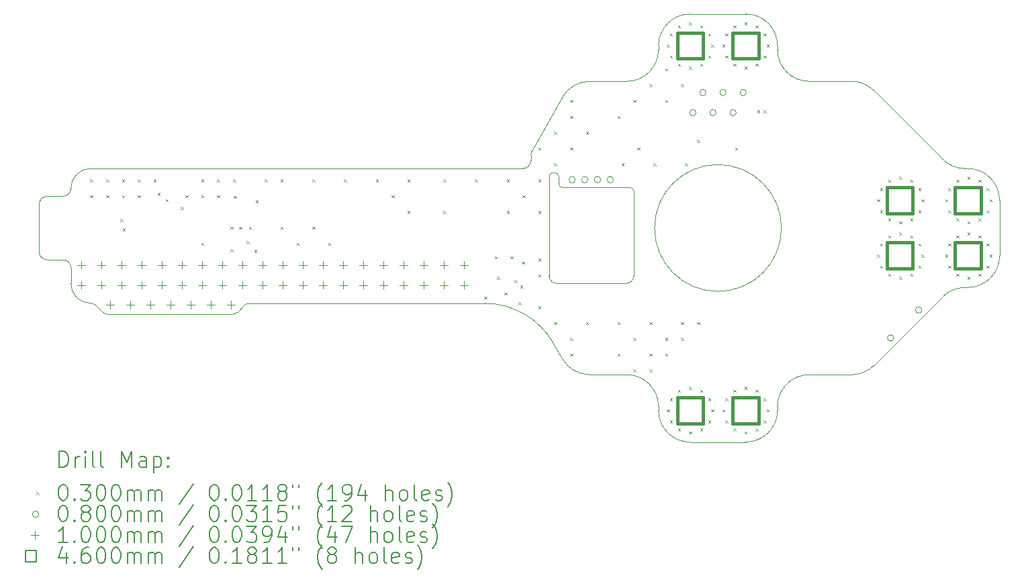
<source format=gbr>
%TF.GenerationSoftware,KiCad,Pcbnew,7.0.9*%
%TF.CreationDate,2024-12-11T14:01:53+08:00*%
%TF.ProjectId,thingy,7468696e-6779-42e6-9b69-6361645f7063,rev?*%
%TF.SameCoordinates,Original*%
%TF.FileFunction,Drillmap*%
%TF.FilePolarity,Positive*%
%FSLAX45Y45*%
G04 Gerber Fmt 4.5, Leading zero omitted, Abs format (unit mm)*
G04 Created by KiCad (PCBNEW 7.0.9) date 2024-12-11 14:01:53*
%MOMM*%
%LPD*%
G01*
G04 APERTURE LIST*
%ADD10C,0.100000*%
%ADD11C,0.200000*%
%ADD12C,0.460000*%
G04 APERTURE END LIST*
D10*
X-1964917Y1647205D02*
X-2347002Y972937D01*
X-8160000Y-700000D02*
G75*
G03*
X-7910000Y-950000I250000J0D01*
G01*
X-7757868Y-1060711D02*
X-7839289Y-979289D01*
X-7757868Y-1060711D02*
G75*
G03*
X-7687157Y-1090000I70710J70710D01*
G01*
X-7839289Y-979289D02*
G75*
G03*
X-7910000Y-950000I-70710J-70710D01*
G01*
X-350000Y2700000D02*
G75*
G03*
X-750000Y2300000I0J-400000D01*
G01*
X-750000Y-2250000D02*
G75*
G03*
X-1150000Y-1850000I-400000J0D01*
G01*
X750000Y-2250000D02*
X750000Y-2300000D01*
X-1160000Y-700000D02*
G75*
G03*
X-1060000Y-600000I0J100000D01*
G01*
X-1160000Y-700000D02*
X-2030000Y-700000D01*
X2832843Y867157D02*
X1967157Y1732843D01*
X-8160000Y500000D02*
X-8160000Y500000D01*
X-8260000Y400000D02*
G75*
G03*
X-8160000Y500000I0J100000D01*
G01*
X1967157Y-1732843D02*
X2832843Y-867157D01*
X3150000Y-750000D02*
G75*
G03*
X3550000Y-350000I0J400000D01*
G01*
X-1616908Y1850000D02*
G75*
G03*
X-1964917Y1647205I0J-400000D01*
G01*
X-1960000Y510000D02*
X-1110000Y510000D01*
X-6059289Y-1060711D02*
X-5977868Y-979289D01*
X-750000Y2300000D02*
X-750000Y2250000D01*
X-1964917Y-1647205D02*
G75*
G03*
X-1616908Y-1850000I348009J197205D01*
G01*
X3115685Y-749997D02*
G75*
G03*
X2832843Y-867157I5J-400003D01*
G01*
X-2072707Y-1456987D02*
G75*
G03*
X-2942729Y-950000I-870022J-493013D01*
G01*
X3150000Y750000D02*
X3115685Y750000D01*
X-1150000Y-1850000D02*
X-1616908Y-1850000D01*
X-2460000Y750000D02*
G75*
G03*
X-2360000Y850000I0J100000D01*
G01*
X1684315Y1850000D02*
X1150000Y1850000D01*
X-6130000Y-1090000D02*
G75*
G03*
X-6059289Y-1060711I0J99999D01*
G01*
X350000Y-2700000D02*
G75*
G03*
X750000Y-2300000I0J400000D01*
G01*
X-2072707Y-1456987D02*
X-1964917Y-1647205D01*
X1150000Y-1850000D02*
G75*
G03*
X750000Y-2250000I0J-400000D01*
G01*
X-8160000Y-500000D02*
X-8160000Y-700000D01*
X750000Y2250000D02*
X750000Y2300000D01*
X-7687157Y-1090000D02*
X-6130000Y-1090000D01*
X-5907157Y-950000D02*
X-2942729Y-950000D01*
X-8460000Y-400000D02*
X-8260000Y-400000D01*
X350000Y2700000D02*
X-350000Y2700000D01*
X-750000Y-2300000D02*
X-750000Y-2250000D01*
X-2080000Y700000D02*
X-2060000Y700000D01*
X-8260000Y400000D02*
X-8460000Y400000D01*
X750000Y2300000D02*
G75*
G03*
X350000Y2700000I-400000J0D01*
G01*
X800000Y0D02*
G75*
G03*
X800000Y0I-800000J0D01*
G01*
X3550000Y350000D02*
G75*
G03*
X3150000Y750000I-400000J0D01*
G01*
X-2347002Y972937D02*
G75*
G03*
X-2360000Y923636I87001J-49301D01*
G01*
X-2080000Y700000D02*
G75*
G03*
X-2130000Y650000I0J-50000D01*
G01*
X350000Y-2700000D02*
X-350000Y-2700000D01*
X750000Y2250000D02*
G75*
G03*
X1150000Y1850000I400000J0D01*
G01*
X-1060000Y460000D02*
G75*
G03*
X-1110000Y510000I-50000J0D01*
G01*
X3115685Y-750000D02*
X3150000Y-750000D01*
X-2010000Y650000D02*
X-2010000Y560000D01*
X-8560000Y-300000D02*
G75*
G03*
X-8460000Y-400000I100000J0D01*
G01*
X-2010000Y560000D02*
G75*
G03*
X-1960000Y510000I50000J0D01*
G01*
X-7910000Y750000D02*
X-2460000Y750000D01*
X-2360000Y850000D02*
X-2360000Y923636D01*
X-2130000Y-600000D02*
G75*
G03*
X-2030000Y-700000I100000J0D01*
G01*
X-1060000Y460000D02*
X-1060000Y-600000D01*
X1684315Y-1850000D02*
X1150000Y-1850000D01*
X-8560000Y300000D02*
X-8560000Y-300000D01*
X-5907157Y-950000D02*
G75*
G03*
X-5977868Y-979289I0J-99999D01*
G01*
X-1150000Y1850000D02*
X-1616908Y1850000D01*
X-1150000Y1850000D02*
G75*
G03*
X-750000Y2250000I0J400000D01*
G01*
X-2130000Y-600000D02*
X-2130000Y650000D01*
X2832845Y867160D02*
G75*
G03*
X3115685Y750000I282845J282840D01*
G01*
X1684315Y-1850000D02*
G75*
G03*
X1967157Y-1732843I-1J400001D01*
G01*
X-8460000Y400000D02*
G75*
G03*
X-8560000Y300000I0J-100000D01*
G01*
X-7910000Y750000D02*
G75*
G03*
X-8160000Y500000I0J-250000D01*
G01*
X1967157Y1732843D02*
G75*
G03*
X1684315Y1850000I-282843J-282843D01*
G01*
X-8160000Y-500000D02*
G75*
G03*
X-8260000Y-400000I-100000J0D01*
G01*
X-750000Y-2300000D02*
G75*
G03*
X-350000Y-2700000I400000J0D01*
G01*
X3550000Y-350000D02*
X3550000Y350000D01*
X-2010000Y650000D02*
G75*
G03*
X-2060000Y700000I-50000J0D01*
G01*
D11*
D10*
X-7915000Y615000D02*
X-7885000Y585000D01*
X-7885000Y615000D02*
X-7915000Y585000D01*
X-7915000Y415000D02*
X-7885000Y385000D01*
X-7885000Y415000D02*
X-7915000Y385000D01*
X-7715000Y615000D02*
X-7685000Y585000D01*
X-7685000Y615000D02*
X-7715000Y585000D01*
X-7715000Y415000D02*
X-7685000Y385000D01*
X-7685000Y415000D02*
X-7715000Y385000D01*
X-7535000Y115000D02*
X-7505000Y85000D01*
X-7505000Y115000D02*
X-7535000Y85000D01*
X-7515000Y615000D02*
X-7485000Y585000D01*
X-7485000Y615000D02*
X-7515000Y585000D01*
X-7515000Y415000D02*
X-7485000Y385000D01*
X-7485000Y415000D02*
X-7515000Y385000D01*
X-7505000Y-5000D02*
X-7475000Y-35000D01*
X-7475000Y-5000D02*
X-7505000Y-35000D01*
X-7315000Y615000D02*
X-7285000Y585000D01*
X-7285000Y615000D02*
X-7315000Y585000D01*
X-7315000Y415000D02*
X-7285000Y385000D01*
X-7285000Y415000D02*
X-7315000Y385000D01*
X-7115000Y615000D02*
X-7085000Y585000D01*
X-7085000Y615000D02*
X-7115000Y585000D01*
X-7065000Y445000D02*
X-7035000Y415000D01*
X-7035000Y445000D02*
X-7065000Y415000D01*
X-6965000Y365000D02*
X-6935000Y335000D01*
X-6935000Y365000D02*
X-6965000Y335000D01*
X-6775000Y265000D02*
X-6745000Y235000D01*
X-6745000Y265000D02*
X-6775000Y235000D01*
X-6715000Y415000D02*
X-6685000Y385000D01*
X-6685000Y415000D02*
X-6715000Y385000D01*
X-6515000Y615000D02*
X-6485000Y585000D01*
X-6485000Y615000D02*
X-6515000Y585000D01*
X-6515000Y415000D02*
X-6485000Y385000D01*
X-6485000Y415000D02*
X-6515000Y385000D01*
X-6515000Y-185000D02*
X-6485000Y-215000D01*
X-6485000Y-185000D02*
X-6515000Y-215000D01*
X-6315000Y615000D02*
X-6285000Y585000D01*
X-6285000Y615000D02*
X-6315000Y585000D01*
X-6315000Y415000D02*
X-6285000Y385000D01*
X-6285000Y415000D02*
X-6315000Y385000D01*
X-6145861Y15861D02*
X-6115861Y-14138D01*
X-6115861Y15861D02*
X-6145861Y-14138D01*
X-6145000Y-265000D02*
X-6115000Y-295000D01*
X-6115000Y-265000D02*
X-6145000Y-295000D01*
X-6115000Y615000D02*
X-6085000Y585000D01*
X-6085000Y615000D02*
X-6115000Y585000D01*
X-6105000Y405000D02*
X-6075000Y375000D01*
X-6075000Y405000D02*
X-6105000Y375000D01*
X-6035000Y15000D02*
X-6005000Y-15000D01*
X-6005000Y15000D02*
X-6035000Y-15000D01*
X-5945000Y-165000D02*
X-5915000Y-195000D01*
X-5915000Y-165000D02*
X-5945000Y-195000D01*
X-5915000Y15000D02*
X-5885000Y-15000D01*
X-5885000Y15000D02*
X-5915000Y-15000D01*
X-5845000Y-275000D02*
X-5815000Y-305000D01*
X-5815000Y-275000D02*
X-5845000Y-305000D01*
X-5830233Y351982D02*
X-5800233Y321982D01*
X-5800233Y351982D02*
X-5830233Y321982D01*
X-5715000Y615000D02*
X-5685000Y585000D01*
X-5685000Y615000D02*
X-5715000Y585000D01*
X-5515000Y615000D02*
X-5485000Y585000D01*
X-5485000Y615000D02*
X-5515000Y585000D01*
X-5515000Y15000D02*
X-5485000Y-15000D01*
X-5485000Y15000D02*
X-5515000Y-15000D01*
X-5315000Y-185000D02*
X-5285000Y-215000D01*
X-5285000Y-185000D02*
X-5315000Y-215000D01*
X-5115000Y615000D02*
X-5085000Y585000D01*
X-5085000Y615000D02*
X-5115000Y585000D01*
X-5115000Y15000D02*
X-5085000Y-15000D01*
X-5085000Y15000D02*
X-5115000Y-15000D01*
X-4915000Y-185000D02*
X-4885000Y-215000D01*
X-4885000Y-185000D02*
X-4915000Y-215000D01*
X-4715000Y615000D02*
X-4685000Y585000D01*
X-4685000Y615000D02*
X-4715000Y585000D01*
X-4315000Y615000D02*
X-4285000Y585000D01*
X-4285000Y615000D02*
X-4315000Y585000D01*
X-4115000Y415000D02*
X-4085000Y385000D01*
X-4085000Y415000D02*
X-4115000Y385000D01*
X-3915000Y615000D02*
X-3885000Y585000D01*
X-3885000Y615000D02*
X-3915000Y585000D01*
X-3915000Y215000D02*
X-3885000Y185000D01*
X-3885000Y215000D02*
X-3915000Y185000D01*
X-3465000Y615000D02*
X-3435000Y585000D01*
X-3435000Y615000D02*
X-3465000Y585000D01*
X-3465000Y215000D02*
X-3435000Y185000D01*
X-3435000Y215000D02*
X-3465000Y185000D01*
X-3065000Y615000D02*
X-3035000Y585000D01*
X-3035000Y615000D02*
X-3065000Y585000D01*
X-2945000Y-865000D02*
X-2915000Y-895000D01*
X-2915000Y-865000D02*
X-2945000Y-895000D01*
X-2815000Y-355000D02*
X-2785000Y-385000D01*
X-2785000Y-355000D02*
X-2815000Y-385000D01*
X-2785000Y-615000D02*
X-2755000Y-645000D01*
X-2755000Y-615000D02*
X-2785000Y-645000D01*
X-2694581Y-812343D02*
X-2664581Y-842343D01*
X-2664581Y-812343D02*
X-2694581Y-842343D01*
X-2665000Y615000D02*
X-2635000Y585000D01*
X-2635000Y615000D02*
X-2665000Y585000D01*
X-2665000Y215000D02*
X-2635000Y185000D01*
X-2635000Y215000D02*
X-2665000Y185000D01*
X-2615000Y-355000D02*
X-2585000Y-385000D01*
X-2585000Y-355000D02*
X-2615000Y-385000D01*
X-2565000Y-655000D02*
X-2535000Y-685000D01*
X-2535000Y-655000D02*
X-2565000Y-685000D01*
X-2515000Y-935000D02*
X-2485000Y-965000D01*
X-2485000Y-935000D02*
X-2515000Y-965000D01*
X-2495000Y-725000D02*
X-2465000Y-755000D01*
X-2465000Y-725000D02*
X-2495000Y-755000D01*
X-2475000Y-425000D02*
X-2445000Y-455000D01*
X-2445000Y-425000D02*
X-2475000Y-455000D01*
X-2465000Y415000D02*
X-2435000Y385000D01*
X-2435000Y415000D02*
X-2465000Y385000D01*
X-2265000Y1015000D02*
X-2235000Y985000D01*
X-2235000Y1015000D02*
X-2265000Y985000D01*
X-2265000Y615000D02*
X-2235000Y585000D01*
X-2235000Y615000D02*
X-2265000Y585000D01*
X-2265000Y215000D02*
X-2235000Y185000D01*
X-2235000Y215000D02*
X-2265000Y185000D01*
X-2265000Y-385000D02*
X-2235000Y-415000D01*
X-2235000Y-385000D02*
X-2265000Y-415000D01*
X-2265000Y-585000D02*
X-2235000Y-615000D01*
X-2235000Y-585000D02*
X-2265000Y-615000D01*
X-2265000Y-985000D02*
X-2235000Y-1015000D01*
X-2235000Y-985000D02*
X-2265000Y-1015000D01*
X-2065000Y1215000D02*
X-2035000Y1185000D01*
X-2035000Y1215000D02*
X-2065000Y1185000D01*
X-2065000Y815000D02*
X-2035000Y785000D01*
X-2035000Y815000D02*
X-2065000Y785000D01*
X-2065000Y-1185000D02*
X-2035000Y-1215000D01*
X-2035000Y-1185000D02*
X-2065000Y-1215000D01*
X-1865000Y1615000D02*
X-1835000Y1585000D01*
X-1835000Y1615000D02*
X-1865000Y1585000D01*
X-1865000Y1415000D02*
X-1835000Y1385000D01*
X-1835000Y1415000D02*
X-1865000Y1385000D01*
X-1865000Y1015000D02*
X-1835000Y985000D01*
X-1835000Y1015000D02*
X-1865000Y985000D01*
X-1865000Y-1385000D02*
X-1835000Y-1415000D01*
X-1835000Y-1385000D02*
X-1865000Y-1415000D01*
X-1865000Y-1585000D02*
X-1835000Y-1615000D01*
X-1835000Y-1585000D02*
X-1865000Y-1615000D01*
X-1665000Y1215000D02*
X-1635000Y1185000D01*
X-1635000Y1215000D02*
X-1665000Y1185000D01*
X-1665000Y-1185000D02*
X-1635000Y-1215000D01*
X-1635000Y-1185000D02*
X-1665000Y-1215000D01*
X-1265000Y1415000D02*
X-1235000Y1385000D01*
X-1235000Y1415000D02*
X-1265000Y1385000D01*
X-1265000Y-1185000D02*
X-1235000Y-1215000D01*
X-1235000Y-1185000D02*
X-1265000Y-1215000D01*
X-1265000Y-1585000D02*
X-1235000Y-1615000D01*
X-1235000Y-1585000D02*
X-1265000Y-1615000D01*
X-1215000Y815000D02*
X-1185000Y785000D01*
X-1185000Y815000D02*
X-1215000Y785000D01*
X-1065000Y1615000D02*
X-1035000Y1585000D01*
X-1035000Y1615000D02*
X-1065000Y1585000D01*
X-1065000Y-1385000D02*
X-1035000Y-1415000D01*
X-1035000Y-1385000D02*
X-1065000Y-1415000D01*
X-1065000Y-1785000D02*
X-1035000Y-1815000D01*
X-1035000Y-1785000D02*
X-1065000Y-1815000D01*
X-1015000Y1015000D02*
X-985000Y985000D01*
X-985000Y1015000D02*
X-1015000Y985000D01*
X-865000Y1815000D02*
X-835000Y1785000D01*
X-835000Y1815000D02*
X-865000Y1785000D01*
X-865000Y-1185000D02*
X-835000Y-1215000D01*
X-835000Y-1185000D02*
X-865000Y-1215000D01*
X-865000Y-1585000D02*
X-835000Y-1615000D01*
X-835000Y-1585000D02*
X-865000Y-1615000D01*
X-865000Y-1785000D02*
X-835000Y-1815000D01*
X-835000Y-1785000D02*
X-865000Y-1815000D01*
X-815000Y815000D02*
X-785000Y785000D01*
X-785000Y815000D02*
X-815000Y785000D01*
X-665000Y2015000D02*
X-635000Y1985000D01*
X-635000Y2015000D02*
X-665000Y1985000D01*
X-665000Y1615000D02*
X-635000Y1585000D01*
X-635000Y1615000D02*
X-665000Y1585000D01*
X-665000Y-1385000D02*
X-635000Y-1415000D01*
X-635000Y-1385000D02*
X-665000Y-1415000D01*
X-665000Y-1585000D02*
X-635000Y-1615000D01*
X-635000Y-1585000D02*
X-665000Y-1615000D01*
X-645000Y2315000D02*
X-615000Y2285000D01*
X-615000Y2315000D02*
X-645000Y2285000D01*
X-645000Y-2285000D02*
X-615000Y-2315000D01*
X-615000Y-2285000D02*
X-645000Y-2315000D01*
X-607487Y2455000D02*
X-577487Y2425000D01*
X-577487Y2455000D02*
X-607487Y2425000D01*
X-607487Y2175000D02*
X-577487Y2145000D01*
X-577487Y2175000D02*
X-607487Y2145000D01*
X-607487Y-2145000D02*
X-577487Y-2175000D01*
X-577487Y-2145000D02*
X-607487Y-2175000D01*
X-607487Y-2425000D02*
X-577487Y-2455000D01*
X-577487Y-2425000D02*
X-607487Y-2455000D01*
X-505000Y2557487D02*
X-475000Y2527487D01*
X-475000Y2557487D02*
X-505000Y2527487D01*
X-505000Y2072513D02*
X-475000Y2042513D01*
X-475000Y2072513D02*
X-505000Y2042513D01*
X-505000Y-2042513D02*
X-475000Y-2072513D01*
X-475000Y-2042513D02*
X-505000Y-2072513D01*
X-505000Y-2527487D02*
X-475000Y-2557487D01*
X-475000Y-2527487D02*
X-505000Y-2557487D01*
X-465000Y1815000D02*
X-435000Y1785000D01*
X-435000Y1815000D02*
X-465000Y1785000D01*
X-465000Y-1185000D02*
X-435000Y-1215000D01*
X-435000Y-1185000D02*
X-465000Y-1215000D01*
X-465000Y-1385000D02*
X-435000Y-1415000D01*
X-435000Y-1385000D02*
X-465000Y-1415000D01*
X-415000Y815000D02*
X-385000Y785000D01*
X-385000Y815000D02*
X-415000Y785000D01*
X-365000Y2595000D02*
X-335000Y2565000D01*
X-335000Y2595000D02*
X-365000Y2565000D01*
X-365000Y2035000D02*
X-335000Y2005000D01*
X-335000Y2035000D02*
X-365000Y2005000D01*
X-365000Y-2005000D02*
X-335000Y-2035000D01*
X-335000Y-2005000D02*
X-365000Y-2035000D01*
X-365000Y-2565000D02*
X-335000Y-2595000D01*
X-335000Y-2565000D02*
X-365000Y-2595000D01*
X-265000Y1115000D02*
X-235000Y1085000D01*
X-235000Y1115000D02*
X-265000Y1085000D01*
X-265000Y-1185000D02*
X-235000Y-1215000D01*
X-235000Y-1185000D02*
X-265000Y-1215000D01*
X-225000Y2557487D02*
X-195000Y2527487D01*
X-195000Y2557487D02*
X-225000Y2527487D01*
X-225000Y2072513D02*
X-195000Y2042513D01*
X-195000Y2072513D02*
X-225000Y2042513D01*
X-225000Y-2042513D02*
X-195000Y-2072513D01*
X-195000Y-2042513D02*
X-225000Y-2072513D01*
X-225000Y-2527487D02*
X-195000Y-2557487D01*
X-195000Y-2527487D02*
X-225000Y-2557487D01*
X-122513Y2455000D02*
X-92513Y2425000D01*
X-92513Y2455000D02*
X-122513Y2425000D01*
X-122513Y2175000D02*
X-92513Y2145000D01*
X-92513Y2175000D02*
X-122513Y2145000D01*
X-122513Y-2145000D02*
X-92513Y-2175000D01*
X-92513Y-2145000D02*
X-122513Y-2175000D01*
X-122513Y-2425000D02*
X-92513Y-2455000D01*
X-92513Y-2425000D02*
X-122513Y-2455000D01*
X-85000Y2315000D02*
X-55000Y2285000D01*
X-55000Y2315000D02*
X-85000Y2285000D01*
X-85000Y-2285000D02*
X-55000Y-2315000D01*
X-55000Y-2285000D02*
X-85000Y-2315000D01*
X55000Y2315000D02*
X85000Y2285000D01*
X85000Y2315000D02*
X55000Y2285000D01*
X55000Y-2285000D02*
X85000Y-2315000D01*
X85000Y-2285000D02*
X55000Y-2315000D01*
X92513Y2455000D02*
X122513Y2425000D01*
X122513Y2455000D02*
X92513Y2425000D01*
X92513Y2175000D02*
X122513Y2145000D01*
X122513Y2175000D02*
X92513Y2145000D01*
X92513Y-2145000D02*
X122513Y-2175000D01*
X122513Y-2145000D02*
X92513Y-2175000D01*
X92513Y-2425000D02*
X122513Y-2455000D01*
X122513Y-2425000D02*
X92513Y-2455000D01*
X195000Y2557487D02*
X225000Y2527487D01*
X225000Y2557487D02*
X195000Y2527487D01*
X195000Y2072513D02*
X225000Y2042513D01*
X225000Y2072513D02*
X195000Y2042513D01*
X195000Y-2042513D02*
X225000Y-2072513D01*
X225000Y-2042513D02*
X195000Y-2072513D01*
X195000Y-2527487D02*
X225000Y-2557487D01*
X225000Y-2527487D02*
X195000Y-2557487D01*
X215000Y1015000D02*
X245000Y985000D01*
X245000Y1015000D02*
X215000Y985000D01*
X335000Y2595000D02*
X365000Y2565000D01*
X365000Y2595000D02*
X335000Y2565000D01*
X335000Y2035000D02*
X365000Y2005000D01*
X365000Y2035000D02*
X335000Y2005000D01*
X335000Y-2005000D02*
X365000Y-2035000D01*
X365000Y-2005000D02*
X335000Y-2035000D01*
X335000Y-2565000D02*
X365000Y-2595000D01*
X365000Y-2565000D02*
X335000Y-2595000D01*
X475000Y2557487D02*
X505000Y2527487D01*
X505000Y2557487D02*
X475000Y2527487D01*
X475000Y2072513D02*
X505000Y2042513D01*
X505000Y2072513D02*
X475000Y2042513D01*
X475000Y-2042513D02*
X505000Y-2072513D01*
X505000Y-2042513D02*
X475000Y-2072513D01*
X475000Y-2527487D02*
X505000Y-2557487D01*
X505000Y-2527487D02*
X475000Y-2557487D01*
X495000Y1485000D02*
X525000Y1455000D01*
X525000Y1485000D02*
X495000Y1455000D01*
X575000Y1485000D02*
X605000Y1455000D01*
X605000Y1485000D02*
X575000Y1455000D01*
X577487Y2455000D02*
X607487Y2425000D01*
X607487Y2455000D02*
X577487Y2425000D01*
X577487Y2175000D02*
X607487Y2145000D01*
X607487Y2175000D02*
X577487Y2145000D01*
X577487Y-2145000D02*
X607487Y-2175000D01*
X607487Y-2145000D02*
X577487Y-2175000D01*
X577487Y-2425000D02*
X607487Y-2455000D01*
X607487Y-2425000D02*
X577487Y-2455000D01*
X615000Y2315000D02*
X645000Y2285000D01*
X645000Y2315000D02*
X615000Y2285000D01*
X615000Y-2285000D02*
X645000Y-2315000D01*
X645000Y-2285000D02*
X615000Y-2315000D01*
X2005000Y365000D02*
X2035000Y335000D01*
X2035000Y365000D02*
X2005000Y335000D01*
X2005000Y-335000D02*
X2035000Y-365000D01*
X2035000Y-335000D02*
X2005000Y-365000D01*
X2042513Y505000D02*
X2072513Y475000D01*
X2072513Y505000D02*
X2042513Y475000D01*
X2042513Y225000D02*
X2072513Y195000D01*
X2072513Y225000D02*
X2042513Y195000D01*
X2042513Y-195000D02*
X2072513Y-225000D01*
X2072513Y-195000D02*
X2042513Y-225000D01*
X2042513Y-475000D02*
X2072513Y-505000D01*
X2072513Y-475000D02*
X2042513Y-505000D01*
X2145000Y607487D02*
X2175000Y577487D01*
X2175000Y607487D02*
X2145000Y577487D01*
X2145000Y122513D02*
X2175000Y92513D01*
X2175000Y122513D02*
X2145000Y92513D01*
X2145000Y-92513D02*
X2175000Y-122513D01*
X2175000Y-92513D02*
X2145000Y-122513D01*
X2145000Y-577487D02*
X2175000Y-607487D01*
X2175000Y-577487D02*
X2145000Y-607487D01*
X2285000Y645000D02*
X2315000Y615000D01*
X2315000Y645000D02*
X2285000Y615000D01*
X2285000Y85000D02*
X2315000Y55000D01*
X2315000Y85000D02*
X2285000Y55000D01*
X2285000Y-55000D02*
X2315000Y-85000D01*
X2315000Y-55000D02*
X2285000Y-85000D01*
X2285000Y-615000D02*
X2315000Y-645000D01*
X2315000Y-615000D02*
X2285000Y-645000D01*
X2425000Y607487D02*
X2455000Y577487D01*
X2455000Y607487D02*
X2425000Y577487D01*
X2425000Y122513D02*
X2455000Y92513D01*
X2455000Y122513D02*
X2425000Y92513D01*
X2425000Y-92513D02*
X2455000Y-122513D01*
X2455000Y-92513D02*
X2425000Y-122513D01*
X2425000Y-577487D02*
X2455000Y-607487D01*
X2455000Y-577487D02*
X2425000Y-607487D01*
X2527487Y505000D02*
X2557487Y475000D01*
X2557487Y505000D02*
X2527487Y475000D01*
X2527487Y225000D02*
X2557487Y195000D01*
X2557487Y225000D02*
X2527487Y195000D01*
X2527487Y-195000D02*
X2557487Y-225000D01*
X2557487Y-195000D02*
X2527487Y-225000D01*
X2527487Y-475000D02*
X2557487Y-505000D01*
X2557487Y-475000D02*
X2527487Y-505000D01*
X2565000Y365000D02*
X2595000Y335000D01*
X2595000Y365000D02*
X2565000Y335000D01*
X2565000Y-335000D02*
X2595000Y-365000D01*
X2595000Y-335000D02*
X2565000Y-365000D01*
X2865000Y365000D02*
X2895000Y335000D01*
X2895000Y365000D02*
X2865000Y335000D01*
X2865000Y-335000D02*
X2895000Y-365000D01*
X2895000Y-335000D02*
X2865000Y-365000D01*
X2902513Y505000D02*
X2932513Y475000D01*
X2932513Y505000D02*
X2902513Y475000D01*
X2902513Y225000D02*
X2932513Y195000D01*
X2932513Y225000D02*
X2902513Y195000D01*
X2902513Y-195000D02*
X2932513Y-225000D01*
X2932513Y-195000D02*
X2902513Y-225000D01*
X2902513Y-475000D02*
X2932513Y-505000D01*
X2932513Y-475000D02*
X2902513Y-505000D01*
X3005000Y607487D02*
X3035000Y577487D01*
X3035000Y607487D02*
X3005000Y577487D01*
X3005000Y122513D02*
X3035000Y92513D01*
X3035000Y122513D02*
X3005000Y92513D01*
X3005000Y-92513D02*
X3035000Y-122513D01*
X3035000Y-92513D02*
X3005000Y-122513D01*
X3005000Y-577487D02*
X3035000Y-607487D01*
X3035000Y-577487D02*
X3005000Y-607487D01*
X3145000Y645000D02*
X3175000Y615000D01*
X3175000Y645000D02*
X3145000Y615000D01*
X3145000Y85000D02*
X3175000Y55000D01*
X3175000Y85000D02*
X3145000Y55000D01*
X3145000Y-55000D02*
X3175000Y-85000D01*
X3175000Y-55000D02*
X3145000Y-85000D01*
X3145000Y-615000D02*
X3175000Y-645000D01*
X3175000Y-615000D02*
X3145000Y-645000D01*
X3285000Y607487D02*
X3315000Y577487D01*
X3315000Y607487D02*
X3285000Y577487D01*
X3285000Y122513D02*
X3315000Y92513D01*
X3315000Y122513D02*
X3285000Y92513D01*
X3285000Y-92513D02*
X3315000Y-122513D01*
X3315000Y-92513D02*
X3285000Y-122513D01*
X3285000Y-577487D02*
X3315000Y-607487D01*
X3315000Y-577487D02*
X3285000Y-607487D01*
X3387487Y505000D02*
X3417487Y475000D01*
X3417487Y505000D02*
X3387487Y475000D01*
X3387487Y225000D02*
X3417487Y195000D01*
X3417487Y225000D02*
X3387487Y195000D01*
X3387487Y-195000D02*
X3417487Y-225000D01*
X3417487Y-195000D02*
X3387487Y-225000D01*
X3387487Y-475000D02*
X3417487Y-505000D01*
X3417487Y-475000D02*
X3387487Y-505000D01*
X3425000Y365000D02*
X3455000Y335000D01*
X3455000Y365000D02*
X3425000Y335000D01*
X3425000Y-335000D02*
X3455000Y-365000D01*
X3455000Y-335000D02*
X3425000Y-365000D01*
X-1800000Y610000D02*
G75*
G03*
X-1800000Y610000I-40000J0D01*
G01*
X-1640000Y610000D02*
G75*
G03*
X-1640000Y610000I-40000J0D01*
G01*
X-1480000Y610000D02*
G75*
G03*
X-1480000Y610000I-40000J0D01*
G01*
X-1320000Y610000D02*
G75*
G03*
X-1320000Y610000I-40000J0D01*
G01*
X-277500Y1454750D02*
G75*
G03*
X-277500Y1454750I-40000J0D01*
G01*
X-150500Y1708750D02*
G75*
G03*
X-150500Y1708750I-40000J0D01*
G01*
X-23500Y1454750D02*
G75*
G03*
X-23500Y1454750I-40000J0D01*
G01*
X103500Y1708750D02*
G75*
G03*
X103500Y1708750I-40000J0D01*
G01*
X230500Y1454750D02*
G75*
G03*
X230500Y1454750I-40000J0D01*
G01*
X357500Y1708750D02*
G75*
G03*
X357500Y1708750I-40000J0D01*
G01*
X2216219Y-1386777D02*
G75*
G03*
X2216219Y-1386777I-40000J0D01*
G01*
X2569773Y-1033223D02*
G75*
G03*
X2569773Y-1033223I-40000J0D01*
G01*
X-8031000Y-415000D02*
X-8031000Y-515000D01*
X-8081000Y-465000D02*
X-7981000Y-465000D01*
X-8031000Y-669000D02*
X-8031000Y-769000D01*
X-8081000Y-719000D02*
X-7981000Y-719000D01*
X-7777000Y-415000D02*
X-7777000Y-515000D01*
X-7827000Y-465000D02*
X-7727000Y-465000D01*
X-7777000Y-669000D02*
X-7777000Y-769000D01*
X-7827000Y-719000D02*
X-7727000Y-719000D01*
X-7662000Y-920000D02*
X-7662000Y-1020000D01*
X-7712000Y-970000D02*
X-7612000Y-970000D01*
X-7523000Y-415000D02*
X-7523000Y-515000D01*
X-7573000Y-465000D02*
X-7473000Y-465000D01*
X-7523000Y-669000D02*
X-7523000Y-769000D01*
X-7573000Y-719000D02*
X-7473000Y-719000D01*
X-7408000Y-920000D02*
X-7408000Y-1020000D01*
X-7458000Y-970000D02*
X-7358000Y-970000D01*
X-7269000Y-415000D02*
X-7269000Y-515000D01*
X-7319000Y-465000D02*
X-7219000Y-465000D01*
X-7269000Y-669000D02*
X-7269000Y-769000D01*
X-7319000Y-719000D02*
X-7219000Y-719000D01*
X-7154000Y-920000D02*
X-7154000Y-1020000D01*
X-7204000Y-970000D02*
X-7104000Y-970000D01*
X-7015000Y-415000D02*
X-7015000Y-515000D01*
X-7065000Y-465000D02*
X-6965000Y-465000D01*
X-7015000Y-669000D02*
X-7015000Y-769000D01*
X-7065000Y-719000D02*
X-6965000Y-719000D01*
X-6900000Y-920000D02*
X-6900000Y-1020000D01*
X-6950000Y-970000D02*
X-6850000Y-970000D01*
X-6761000Y-415000D02*
X-6761000Y-515000D01*
X-6811000Y-465000D02*
X-6711000Y-465000D01*
X-6761000Y-669000D02*
X-6761000Y-769000D01*
X-6811000Y-719000D02*
X-6711000Y-719000D01*
X-6646000Y-920000D02*
X-6646000Y-1020000D01*
X-6696000Y-970000D02*
X-6596000Y-970000D01*
X-6507000Y-415000D02*
X-6507000Y-515000D01*
X-6557000Y-465000D02*
X-6457000Y-465000D01*
X-6507000Y-669000D02*
X-6507000Y-769000D01*
X-6557000Y-719000D02*
X-6457000Y-719000D01*
X-6392000Y-920000D02*
X-6392000Y-1020000D01*
X-6442000Y-970000D02*
X-6342000Y-970000D01*
X-6253000Y-415000D02*
X-6253000Y-515000D01*
X-6303000Y-465000D02*
X-6203000Y-465000D01*
X-6253000Y-669000D02*
X-6253000Y-769000D01*
X-6303000Y-719000D02*
X-6203000Y-719000D01*
X-6138000Y-920000D02*
X-6138000Y-1020000D01*
X-6188000Y-970000D02*
X-6088000Y-970000D01*
X-5999000Y-415000D02*
X-5999000Y-515000D01*
X-6049000Y-465000D02*
X-5949000Y-465000D01*
X-5999000Y-669000D02*
X-5999000Y-769000D01*
X-6049000Y-719000D02*
X-5949000Y-719000D01*
X-5745000Y-415000D02*
X-5745000Y-515000D01*
X-5795000Y-465000D02*
X-5695000Y-465000D01*
X-5745000Y-669000D02*
X-5745000Y-769000D01*
X-5795000Y-719000D02*
X-5695000Y-719000D01*
X-5491000Y-415000D02*
X-5491000Y-515000D01*
X-5541000Y-465000D02*
X-5441000Y-465000D01*
X-5491000Y-669000D02*
X-5491000Y-769000D01*
X-5541000Y-719000D02*
X-5441000Y-719000D01*
X-5237000Y-415000D02*
X-5237000Y-515000D01*
X-5287000Y-465000D02*
X-5187000Y-465000D01*
X-5237000Y-669000D02*
X-5237000Y-769000D01*
X-5287000Y-719000D02*
X-5187000Y-719000D01*
X-4983000Y-415000D02*
X-4983000Y-515000D01*
X-5033000Y-465000D02*
X-4933000Y-465000D01*
X-4983000Y-669000D02*
X-4983000Y-769000D01*
X-5033000Y-719000D02*
X-4933000Y-719000D01*
X-4729000Y-415000D02*
X-4729000Y-515000D01*
X-4779000Y-465000D02*
X-4679000Y-465000D01*
X-4729000Y-669000D02*
X-4729000Y-769000D01*
X-4779000Y-719000D02*
X-4679000Y-719000D01*
X-4475000Y-415000D02*
X-4475000Y-515000D01*
X-4525000Y-465000D02*
X-4425000Y-465000D01*
X-4475000Y-669000D02*
X-4475000Y-769000D01*
X-4525000Y-719000D02*
X-4425000Y-719000D01*
X-4221000Y-415000D02*
X-4221000Y-515000D01*
X-4271000Y-465000D02*
X-4171000Y-465000D01*
X-4221000Y-669000D02*
X-4221000Y-769000D01*
X-4271000Y-719000D02*
X-4171000Y-719000D01*
X-3967000Y-415000D02*
X-3967000Y-515000D01*
X-4017000Y-465000D02*
X-3917000Y-465000D01*
X-3967000Y-669000D02*
X-3967000Y-769000D01*
X-4017000Y-719000D02*
X-3917000Y-719000D01*
X-3713000Y-415000D02*
X-3713000Y-515000D01*
X-3763000Y-465000D02*
X-3663000Y-465000D01*
X-3713000Y-669000D02*
X-3713000Y-769000D01*
X-3763000Y-719000D02*
X-3663000Y-719000D01*
X-3459000Y-415000D02*
X-3459000Y-515000D01*
X-3509000Y-465000D02*
X-3409000Y-465000D01*
X-3459000Y-669000D02*
X-3459000Y-769000D01*
X-3509000Y-719000D02*
X-3409000Y-719000D01*
X-3205000Y-415000D02*
X-3205000Y-515000D01*
X-3255000Y-465000D02*
X-3155000Y-465000D01*
X-3205000Y-669000D02*
X-3205000Y-769000D01*
X-3255000Y-719000D02*
X-3155000Y-719000D01*
D12*
X-184864Y2137364D02*
X-184864Y2462636D01*
X-510136Y2462636D01*
X-510136Y2137364D01*
X-184864Y2137364D01*
X-184864Y-2462636D02*
X-184864Y-2137364D01*
X-510136Y-2137364D01*
X-510136Y-2462636D01*
X-184864Y-2462636D01*
X510136Y2137364D02*
X510136Y2462636D01*
X184864Y2462636D01*
X184864Y2137364D01*
X510136Y2137364D01*
X510136Y-2462636D02*
X510136Y-2137364D01*
X184864Y-2137364D01*
X184864Y-2462636D01*
X510136Y-2462636D01*
X2452636Y184864D02*
X2452636Y510136D01*
X2127364Y510136D01*
X2127364Y184864D01*
X2452636Y184864D01*
X2452636Y-510136D02*
X2452636Y-184864D01*
X2127364Y-184864D01*
X2127364Y-510136D01*
X2452636Y-510136D01*
X3312636Y184864D02*
X3312636Y510136D01*
X2987364Y510136D01*
X2987364Y184864D01*
X3312636Y184864D01*
X3312636Y-510136D02*
X3312636Y-184864D01*
X2987364Y-184864D01*
X2987364Y-510136D01*
X3312636Y-510136D01*
D11*
X-8304223Y-3016484D02*
X-8304223Y-2816484D01*
X-8304223Y-2816484D02*
X-8256604Y-2816484D01*
X-8256604Y-2816484D02*
X-8228033Y-2826008D01*
X-8228033Y-2826008D02*
X-8208985Y-2845055D01*
X-8208985Y-2845055D02*
X-8199461Y-2864103D01*
X-8199461Y-2864103D02*
X-8189937Y-2902198D01*
X-8189937Y-2902198D02*
X-8189937Y-2930769D01*
X-8189937Y-2930769D02*
X-8199461Y-2968865D01*
X-8199461Y-2968865D02*
X-8208985Y-2987912D01*
X-8208985Y-2987912D02*
X-8228033Y-3006960D01*
X-8228033Y-3006960D02*
X-8256604Y-3016484D01*
X-8256604Y-3016484D02*
X-8304223Y-3016484D01*
X-8104223Y-3016484D02*
X-8104223Y-2883150D01*
X-8104223Y-2921246D02*
X-8094699Y-2902198D01*
X-8094699Y-2902198D02*
X-8085175Y-2892674D01*
X-8085175Y-2892674D02*
X-8066128Y-2883150D01*
X-8066128Y-2883150D02*
X-8047080Y-2883150D01*
X-7980414Y-3016484D02*
X-7980414Y-2883150D01*
X-7980414Y-2816484D02*
X-7989937Y-2826008D01*
X-7989937Y-2826008D02*
X-7980414Y-2835531D01*
X-7980414Y-2835531D02*
X-7970890Y-2826008D01*
X-7970890Y-2826008D02*
X-7980414Y-2816484D01*
X-7980414Y-2816484D02*
X-7980414Y-2835531D01*
X-7856604Y-3016484D02*
X-7875652Y-3006960D01*
X-7875652Y-3006960D02*
X-7885175Y-2987912D01*
X-7885175Y-2987912D02*
X-7885175Y-2816484D01*
X-7751842Y-3016484D02*
X-7770890Y-3006960D01*
X-7770890Y-3006960D02*
X-7780414Y-2987912D01*
X-7780414Y-2987912D02*
X-7780414Y-2816484D01*
X-7523271Y-3016484D02*
X-7523271Y-2816484D01*
X-7523271Y-2816484D02*
X-7456604Y-2959341D01*
X-7456604Y-2959341D02*
X-7389937Y-2816484D01*
X-7389937Y-2816484D02*
X-7389937Y-3016484D01*
X-7208985Y-3016484D02*
X-7208985Y-2911722D01*
X-7208985Y-2911722D02*
X-7218509Y-2892674D01*
X-7218509Y-2892674D02*
X-7237556Y-2883150D01*
X-7237556Y-2883150D02*
X-7275652Y-2883150D01*
X-7275652Y-2883150D02*
X-7294699Y-2892674D01*
X-7208985Y-3006960D02*
X-7228033Y-3016484D01*
X-7228033Y-3016484D02*
X-7275652Y-3016484D01*
X-7275652Y-3016484D02*
X-7294699Y-3006960D01*
X-7294699Y-3006960D02*
X-7304223Y-2987912D01*
X-7304223Y-2987912D02*
X-7304223Y-2968865D01*
X-7304223Y-2968865D02*
X-7294699Y-2949817D01*
X-7294699Y-2949817D02*
X-7275652Y-2940293D01*
X-7275652Y-2940293D02*
X-7228033Y-2940293D01*
X-7228033Y-2940293D02*
X-7208985Y-2930769D01*
X-7113747Y-2883150D02*
X-7113747Y-3083150D01*
X-7113747Y-2892674D02*
X-7094699Y-2883150D01*
X-7094699Y-2883150D02*
X-7056604Y-2883150D01*
X-7056604Y-2883150D02*
X-7037556Y-2892674D01*
X-7037556Y-2892674D02*
X-7028033Y-2902198D01*
X-7028033Y-2902198D02*
X-7018509Y-2921246D01*
X-7018509Y-2921246D02*
X-7018509Y-2978388D01*
X-7018509Y-2978388D02*
X-7028033Y-2997436D01*
X-7028033Y-2997436D02*
X-7037556Y-3006960D01*
X-7037556Y-3006960D02*
X-7056604Y-3016484D01*
X-7056604Y-3016484D02*
X-7094699Y-3016484D01*
X-7094699Y-3016484D02*
X-7113747Y-3006960D01*
X-6932794Y-2997436D02*
X-6923271Y-3006960D01*
X-6923271Y-3006960D02*
X-6932794Y-3016484D01*
X-6932794Y-3016484D02*
X-6942318Y-3006960D01*
X-6942318Y-3006960D02*
X-6932794Y-2997436D01*
X-6932794Y-2997436D02*
X-6932794Y-3016484D01*
X-6932794Y-2892674D02*
X-6923271Y-2902198D01*
X-6923271Y-2902198D02*
X-6932794Y-2911722D01*
X-6932794Y-2911722D02*
X-6942318Y-2902198D01*
X-6942318Y-2902198D02*
X-6932794Y-2892674D01*
X-6932794Y-2892674D02*
X-6932794Y-2911722D01*
D10*
X-8595000Y-3330000D02*
X-8565000Y-3360000D01*
X-8565000Y-3330000D02*
X-8595000Y-3360000D01*
D11*
X-8266128Y-3236484D02*
X-8247080Y-3236484D01*
X-8247080Y-3236484D02*
X-8228033Y-3246008D01*
X-8228033Y-3246008D02*
X-8218509Y-3255531D01*
X-8218509Y-3255531D02*
X-8208985Y-3274579D01*
X-8208985Y-3274579D02*
X-8199461Y-3312674D01*
X-8199461Y-3312674D02*
X-8199461Y-3360293D01*
X-8199461Y-3360293D02*
X-8208985Y-3398388D01*
X-8208985Y-3398388D02*
X-8218509Y-3417436D01*
X-8218509Y-3417436D02*
X-8228033Y-3426960D01*
X-8228033Y-3426960D02*
X-8247080Y-3436484D01*
X-8247080Y-3436484D02*
X-8266128Y-3436484D01*
X-8266128Y-3436484D02*
X-8285175Y-3426960D01*
X-8285175Y-3426960D02*
X-8294699Y-3417436D01*
X-8294699Y-3417436D02*
X-8304223Y-3398388D01*
X-8304223Y-3398388D02*
X-8313747Y-3360293D01*
X-8313747Y-3360293D02*
X-8313747Y-3312674D01*
X-8313747Y-3312674D02*
X-8304223Y-3274579D01*
X-8304223Y-3274579D02*
X-8294699Y-3255531D01*
X-8294699Y-3255531D02*
X-8285175Y-3246008D01*
X-8285175Y-3246008D02*
X-8266128Y-3236484D01*
X-8113747Y-3417436D02*
X-8104223Y-3426960D01*
X-8104223Y-3426960D02*
X-8113747Y-3436484D01*
X-8113747Y-3436484D02*
X-8123271Y-3426960D01*
X-8123271Y-3426960D02*
X-8113747Y-3417436D01*
X-8113747Y-3417436D02*
X-8113747Y-3436484D01*
X-8037556Y-3236484D02*
X-7913747Y-3236484D01*
X-7913747Y-3236484D02*
X-7980414Y-3312674D01*
X-7980414Y-3312674D02*
X-7951842Y-3312674D01*
X-7951842Y-3312674D02*
X-7932794Y-3322198D01*
X-7932794Y-3322198D02*
X-7923271Y-3331722D01*
X-7923271Y-3331722D02*
X-7913747Y-3350769D01*
X-7913747Y-3350769D02*
X-7913747Y-3398388D01*
X-7913747Y-3398388D02*
X-7923271Y-3417436D01*
X-7923271Y-3417436D02*
X-7932794Y-3426960D01*
X-7932794Y-3426960D02*
X-7951842Y-3436484D01*
X-7951842Y-3436484D02*
X-8008985Y-3436484D01*
X-8008985Y-3436484D02*
X-8028033Y-3426960D01*
X-8028033Y-3426960D02*
X-8037556Y-3417436D01*
X-7789937Y-3236484D02*
X-7770890Y-3236484D01*
X-7770890Y-3236484D02*
X-7751842Y-3246008D01*
X-7751842Y-3246008D02*
X-7742318Y-3255531D01*
X-7742318Y-3255531D02*
X-7732794Y-3274579D01*
X-7732794Y-3274579D02*
X-7723271Y-3312674D01*
X-7723271Y-3312674D02*
X-7723271Y-3360293D01*
X-7723271Y-3360293D02*
X-7732794Y-3398388D01*
X-7732794Y-3398388D02*
X-7742318Y-3417436D01*
X-7742318Y-3417436D02*
X-7751842Y-3426960D01*
X-7751842Y-3426960D02*
X-7770890Y-3436484D01*
X-7770890Y-3436484D02*
X-7789937Y-3436484D01*
X-7789937Y-3436484D02*
X-7808985Y-3426960D01*
X-7808985Y-3426960D02*
X-7818509Y-3417436D01*
X-7818509Y-3417436D02*
X-7828033Y-3398388D01*
X-7828033Y-3398388D02*
X-7837556Y-3360293D01*
X-7837556Y-3360293D02*
X-7837556Y-3312674D01*
X-7837556Y-3312674D02*
X-7828033Y-3274579D01*
X-7828033Y-3274579D02*
X-7818509Y-3255531D01*
X-7818509Y-3255531D02*
X-7808985Y-3246008D01*
X-7808985Y-3246008D02*
X-7789937Y-3236484D01*
X-7599461Y-3236484D02*
X-7580413Y-3236484D01*
X-7580413Y-3236484D02*
X-7561366Y-3246008D01*
X-7561366Y-3246008D02*
X-7551842Y-3255531D01*
X-7551842Y-3255531D02*
X-7542318Y-3274579D01*
X-7542318Y-3274579D02*
X-7532794Y-3312674D01*
X-7532794Y-3312674D02*
X-7532794Y-3360293D01*
X-7532794Y-3360293D02*
X-7542318Y-3398388D01*
X-7542318Y-3398388D02*
X-7551842Y-3417436D01*
X-7551842Y-3417436D02*
X-7561366Y-3426960D01*
X-7561366Y-3426960D02*
X-7580413Y-3436484D01*
X-7580413Y-3436484D02*
X-7599461Y-3436484D01*
X-7599461Y-3436484D02*
X-7618509Y-3426960D01*
X-7618509Y-3426960D02*
X-7628033Y-3417436D01*
X-7628033Y-3417436D02*
X-7637556Y-3398388D01*
X-7637556Y-3398388D02*
X-7647080Y-3360293D01*
X-7647080Y-3360293D02*
X-7647080Y-3312674D01*
X-7647080Y-3312674D02*
X-7637556Y-3274579D01*
X-7637556Y-3274579D02*
X-7628033Y-3255531D01*
X-7628033Y-3255531D02*
X-7618509Y-3246008D01*
X-7618509Y-3246008D02*
X-7599461Y-3236484D01*
X-7447080Y-3436484D02*
X-7447080Y-3303150D01*
X-7447080Y-3322198D02*
X-7437556Y-3312674D01*
X-7437556Y-3312674D02*
X-7418509Y-3303150D01*
X-7418509Y-3303150D02*
X-7389937Y-3303150D01*
X-7389937Y-3303150D02*
X-7370890Y-3312674D01*
X-7370890Y-3312674D02*
X-7361366Y-3331722D01*
X-7361366Y-3331722D02*
X-7361366Y-3436484D01*
X-7361366Y-3331722D02*
X-7351842Y-3312674D01*
X-7351842Y-3312674D02*
X-7332794Y-3303150D01*
X-7332794Y-3303150D02*
X-7304223Y-3303150D01*
X-7304223Y-3303150D02*
X-7285175Y-3312674D01*
X-7285175Y-3312674D02*
X-7275652Y-3331722D01*
X-7275652Y-3331722D02*
X-7275652Y-3436484D01*
X-7180413Y-3436484D02*
X-7180413Y-3303150D01*
X-7180413Y-3322198D02*
X-7170890Y-3312674D01*
X-7170890Y-3312674D02*
X-7151842Y-3303150D01*
X-7151842Y-3303150D02*
X-7123271Y-3303150D01*
X-7123271Y-3303150D02*
X-7104223Y-3312674D01*
X-7104223Y-3312674D02*
X-7094699Y-3331722D01*
X-7094699Y-3331722D02*
X-7094699Y-3436484D01*
X-7094699Y-3331722D02*
X-7085175Y-3312674D01*
X-7085175Y-3312674D02*
X-7066128Y-3303150D01*
X-7066128Y-3303150D02*
X-7037556Y-3303150D01*
X-7037556Y-3303150D02*
X-7018509Y-3312674D01*
X-7018509Y-3312674D02*
X-7008985Y-3331722D01*
X-7008985Y-3331722D02*
X-7008985Y-3436484D01*
X-6618509Y-3226960D02*
X-6789937Y-3484103D01*
X-6361366Y-3236484D02*
X-6342318Y-3236484D01*
X-6342318Y-3236484D02*
X-6323270Y-3246008D01*
X-6323270Y-3246008D02*
X-6313747Y-3255531D01*
X-6313747Y-3255531D02*
X-6304223Y-3274579D01*
X-6304223Y-3274579D02*
X-6294699Y-3312674D01*
X-6294699Y-3312674D02*
X-6294699Y-3360293D01*
X-6294699Y-3360293D02*
X-6304223Y-3398388D01*
X-6304223Y-3398388D02*
X-6313747Y-3417436D01*
X-6313747Y-3417436D02*
X-6323270Y-3426960D01*
X-6323270Y-3426960D02*
X-6342318Y-3436484D01*
X-6342318Y-3436484D02*
X-6361366Y-3436484D01*
X-6361366Y-3436484D02*
X-6380413Y-3426960D01*
X-6380413Y-3426960D02*
X-6389937Y-3417436D01*
X-6389937Y-3417436D02*
X-6399461Y-3398388D01*
X-6399461Y-3398388D02*
X-6408985Y-3360293D01*
X-6408985Y-3360293D02*
X-6408985Y-3312674D01*
X-6408985Y-3312674D02*
X-6399461Y-3274579D01*
X-6399461Y-3274579D02*
X-6389937Y-3255531D01*
X-6389937Y-3255531D02*
X-6380413Y-3246008D01*
X-6380413Y-3246008D02*
X-6361366Y-3236484D01*
X-6208985Y-3417436D02*
X-6199461Y-3426960D01*
X-6199461Y-3426960D02*
X-6208985Y-3436484D01*
X-6208985Y-3436484D02*
X-6218509Y-3426960D01*
X-6218509Y-3426960D02*
X-6208985Y-3417436D01*
X-6208985Y-3417436D02*
X-6208985Y-3436484D01*
X-6075651Y-3236484D02*
X-6056604Y-3236484D01*
X-6056604Y-3236484D02*
X-6037556Y-3246008D01*
X-6037556Y-3246008D02*
X-6028032Y-3255531D01*
X-6028032Y-3255531D02*
X-6018509Y-3274579D01*
X-6018509Y-3274579D02*
X-6008985Y-3312674D01*
X-6008985Y-3312674D02*
X-6008985Y-3360293D01*
X-6008985Y-3360293D02*
X-6018509Y-3398388D01*
X-6018509Y-3398388D02*
X-6028032Y-3417436D01*
X-6028032Y-3417436D02*
X-6037556Y-3426960D01*
X-6037556Y-3426960D02*
X-6056604Y-3436484D01*
X-6056604Y-3436484D02*
X-6075651Y-3436484D01*
X-6075651Y-3436484D02*
X-6094699Y-3426960D01*
X-6094699Y-3426960D02*
X-6104223Y-3417436D01*
X-6104223Y-3417436D02*
X-6113747Y-3398388D01*
X-6113747Y-3398388D02*
X-6123270Y-3360293D01*
X-6123270Y-3360293D02*
X-6123270Y-3312674D01*
X-6123270Y-3312674D02*
X-6113747Y-3274579D01*
X-6113747Y-3274579D02*
X-6104223Y-3255531D01*
X-6104223Y-3255531D02*
X-6094699Y-3246008D01*
X-6094699Y-3246008D02*
X-6075651Y-3236484D01*
X-5818509Y-3436484D02*
X-5932794Y-3436484D01*
X-5875651Y-3436484D02*
X-5875651Y-3236484D01*
X-5875651Y-3236484D02*
X-5894699Y-3265055D01*
X-5894699Y-3265055D02*
X-5913747Y-3284103D01*
X-5913747Y-3284103D02*
X-5932794Y-3293627D01*
X-5628032Y-3436484D02*
X-5742318Y-3436484D01*
X-5685175Y-3436484D02*
X-5685175Y-3236484D01*
X-5685175Y-3236484D02*
X-5704223Y-3265055D01*
X-5704223Y-3265055D02*
X-5723270Y-3284103D01*
X-5723270Y-3284103D02*
X-5742318Y-3293627D01*
X-5513747Y-3322198D02*
X-5532794Y-3312674D01*
X-5532794Y-3312674D02*
X-5542318Y-3303150D01*
X-5542318Y-3303150D02*
X-5551842Y-3284103D01*
X-5551842Y-3284103D02*
X-5551842Y-3274579D01*
X-5551842Y-3274579D02*
X-5542318Y-3255531D01*
X-5542318Y-3255531D02*
X-5532794Y-3246008D01*
X-5532794Y-3246008D02*
X-5513747Y-3236484D01*
X-5513747Y-3236484D02*
X-5475651Y-3236484D01*
X-5475651Y-3236484D02*
X-5456604Y-3246008D01*
X-5456604Y-3246008D02*
X-5447080Y-3255531D01*
X-5447080Y-3255531D02*
X-5437556Y-3274579D01*
X-5437556Y-3274579D02*
X-5437556Y-3284103D01*
X-5437556Y-3284103D02*
X-5447080Y-3303150D01*
X-5447080Y-3303150D02*
X-5456604Y-3312674D01*
X-5456604Y-3312674D02*
X-5475651Y-3322198D01*
X-5475651Y-3322198D02*
X-5513747Y-3322198D01*
X-5513747Y-3322198D02*
X-5532794Y-3331722D01*
X-5532794Y-3331722D02*
X-5542318Y-3341246D01*
X-5542318Y-3341246D02*
X-5551842Y-3360293D01*
X-5551842Y-3360293D02*
X-5551842Y-3398388D01*
X-5551842Y-3398388D02*
X-5542318Y-3417436D01*
X-5542318Y-3417436D02*
X-5532794Y-3426960D01*
X-5532794Y-3426960D02*
X-5513747Y-3436484D01*
X-5513747Y-3436484D02*
X-5475651Y-3436484D01*
X-5475651Y-3436484D02*
X-5456604Y-3426960D01*
X-5456604Y-3426960D02*
X-5447080Y-3417436D01*
X-5447080Y-3417436D02*
X-5437556Y-3398388D01*
X-5437556Y-3398388D02*
X-5437556Y-3360293D01*
X-5437556Y-3360293D02*
X-5447080Y-3341246D01*
X-5447080Y-3341246D02*
X-5456604Y-3331722D01*
X-5456604Y-3331722D02*
X-5475651Y-3322198D01*
X-5361366Y-3236484D02*
X-5361366Y-3274579D01*
X-5285175Y-3236484D02*
X-5285175Y-3274579D01*
X-4989937Y-3512674D02*
X-4999461Y-3503150D01*
X-4999461Y-3503150D02*
X-5018509Y-3474579D01*
X-5018509Y-3474579D02*
X-5028032Y-3455531D01*
X-5028032Y-3455531D02*
X-5037556Y-3426960D01*
X-5037556Y-3426960D02*
X-5047080Y-3379341D01*
X-5047080Y-3379341D02*
X-5047080Y-3341246D01*
X-5047080Y-3341246D02*
X-5037556Y-3293627D01*
X-5037556Y-3293627D02*
X-5028032Y-3265055D01*
X-5028032Y-3265055D02*
X-5018509Y-3246008D01*
X-5018509Y-3246008D02*
X-4999461Y-3217436D01*
X-4999461Y-3217436D02*
X-4989937Y-3207912D01*
X-4808985Y-3436484D02*
X-4923270Y-3436484D01*
X-4866128Y-3436484D02*
X-4866128Y-3236484D01*
X-4866128Y-3236484D02*
X-4885175Y-3265055D01*
X-4885175Y-3265055D02*
X-4904223Y-3284103D01*
X-4904223Y-3284103D02*
X-4923270Y-3293627D01*
X-4713747Y-3436484D02*
X-4675651Y-3436484D01*
X-4675651Y-3436484D02*
X-4656604Y-3426960D01*
X-4656604Y-3426960D02*
X-4647080Y-3417436D01*
X-4647080Y-3417436D02*
X-4628032Y-3388865D01*
X-4628032Y-3388865D02*
X-4618509Y-3350769D01*
X-4618509Y-3350769D02*
X-4618509Y-3274579D01*
X-4618509Y-3274579D02*
X-4628032Y-3255531D01*
X-4628032Y-3255531D02*
X-4637556Y-3246008D01*
X-4637556Y-3246008D02*
X-4656604Y-3236484D01*
X-4656604Y-3236484D02*
X-4694699Y-3236484D01*
X-4694699Y-3236484D02*
X-4713747Y-3246008D01*
X-4713747Y-3246008D02*
X-4723270Y-3255531D01*
X-4723270Y-3255531D02*
X-4732794Y-3274579D01*
X-4732794Y-3274579D02*
X-4732794Y-3322198D01*
X-4732794Y-3322198D02*
X-4723270Y-3341246D01*
X-4723270Y-3341246D02*
X-4713747Y-3350769D01*
X-4713747Y-3350769D02*
X-4694699Y-3360293D01*
X-4694699Y-3360293D02*
X-4656604Y-3360293D01*
X-4656604Y-3360293D02*
X-4637556Y-3350769D01*
X-4637556Y-3350769D02*
X-4628032Y-3341246D01*
X-4628032Y-3341246D02*
X-4618509Y-3322198D01*
X-4447080Y-3303150D02*
X-4447080Y-3436484D01*
X-4494699Y-3226960D02*
X-4542318Y-3369817D01*
X-4542318Y-3369817D02*
X-4418509Y-3369817D01*
X-4189937Y-3436484D02*
X-4189937Y-3236484D01*
X-4104223Y-3436484D02*
X-4104223Y-3331722D01*
X-4104223Y-3331722D02*
X-4113746Y-3312674D01*
X-4113746Y-3312674D02*
X-4132794Y-3303150D01*
X-4132794Y-3303150D02*
X-4161366Y-3303150D01*
X-4161366Y-3303150D02*
X-4180413Y-3312674D01*
X-4180413Y-3312674D02*
X-4189937Y-3322198D01*
X-3980413Y-3436484D02*
X-3999461Y-3426960D01*
X-3999461Y-3426960D02*
X-4008985Y-3417436D01*
X-4008985Y-3417436D02*
X-4018508Y-3398388D01*
X-4018508Y-3398388D02*
X-4018508Y-3341246D01*
X-4018508Y-3341246D02*
X-4008985Y-3322198D01*
X-4008985Y-3322198D02*
X-3999461Y-3312674D01*
X-3999461Y-3312674D02*
X-3980413Y-3303150D01*
X-3980413Y-3303150D02*
X-3951842Y-3303150D01*
X-3951842Y-3303150D02*
X-3932794Y-3312674D01*
X-3932794Y-3312674D02*
X-3923270Y-3322198D01*
X-3923270Y-3322198D02*
X-3913746Y-3341246D01*
X-3913746Y-3341246D02*
X-3913746Y-3398388D01*
X-3913746Y-3398388D02*
X-3923270Y-3417436D01*
X-3923270Y-3417436D02*
X-3932794Y-3426960D01*
X-3932794Y-3426960D02*
X-3951842Y-3436484D01*
X-3951842Y-3436484D02*
X-3980413Y-3436484D01*
X-3799461Y-3436484D02*
X-3818508Y-3426960D01*
X-3818508Y-3426960D02*
X-3828032Y-3407912D01*
X-3828032Y-3407912D02*
X-3828032Y-3236484D01*
X-3647080Y-3426960D02*
X-3666127Y-3436484D01*
X-3666127Y-3436484D02*
X-3704223Y-3436484D01*
X-3704223Y-3436484D02*
X-3723270Y-3426960D01*
X-3723270Y-3426960D02*
X-3732794Y-3407912D01*
X-3732794Y-3407912D02*
X-3732794Y-3331722D01*
X-3732794Y-3331722D02*
X-3723270Y-3312674D01*
X-3723270Y-3312674D02*
X-3704223Y-3303150D01*
X-3704223Y-3303150D02*
X-3666127Y-3303150D01*
X-3666127Y-3303150D02*
X-3647080Y-3312674D01*
X-3647080Y-3312674D02*
X-3637556Y-3331722D01*
X-3637556Y-3331722D02*
X-3637556Y-3350769D01*
X-3637556Y-3350769D02*
X-3732794Y-3369817D01*
X-3561365Y-3426960D02*
X-3542318Y-3436484D01*
X-3542318Y-3436484D02*
X-3504223Y-3436484D01*
X-3504223Y-3436484D02*
X-3485175Y-3426960D01*
X-3485175Y-3426960D02*
X-3475651Y-3407912D01*
X-3475651Y-3407912D02*
X-3475651Y-3398388D01*
X-3475651Y-3398388D02*
X-3485175Y-3379341D01*
X-3485175Y-3379341D02*
X-3504223Y-3369817D01*
X-3504223Y-3369817D02*
X-3532794Y-3369817D01*
X-3532794Y-3369817D02*
X-3551842Y-3360293D01*
X-3551842Y-3360293D02*
X-3561365Y-3341246D01*
X-3561365Y-3341246D02*
X-3561365Y-3331722D01*
X-3561365Y-3331722D02*
X-3551842Y-3312674D01*
X-3551842Y-3312674D02*
X-3532794Y-3303150D01*
X-3532794Y-3303150D02*
X-3504223Y-3303150D01*
X-3504223Y-3303150D02*
X-3485175Y-3312674D01*
X-3408984Y-3512674D02*
X-3399461Y-3503150D01*
X-3399461Y-3503150D02*
X-3380413Y-3474579D01*
X-3380413Y-3474579D02*
X-3370889Y-3455531D01*
X-3370889Y-3455531D02*
X-3361365Y-3426960D01*
X-3361365Y-3426960D02*
X-3351842Y-3379341D01*
X-3351842Y-3379341D02*
X-3351842Y-3341246D01*
X-3351842Y-3341246D02*
X-3361365Y-3293627D01*
X-3361365Y-3293627D02*
X-3370889Y-3265055D01*
X-3370889Y-3265055D02*
X-3380413Y-3246008D01*
X-3380413Y-3246008D02*
X-3399461Y-3217436D01*
X-3399461Y-3217436D02*
X-3408984Y-3207912D01*
D10*
X-8565000Y-3609000D02*
G75*
G03*
X-8565000Y-3609000I-40000J0D01*
G01*
D11*
X-8266128Y-3500484D02*
X-8247080Y-3500484D01*
X-8247080Y-3500484D02*
X-8228033Y-3510008D01*
X-8228033Y-3510008D02*
X-8218509Y-3519531D01*
X-8218509Y-3519531D02*
X-8208985Y-3538579D01*
X-8208985Y-3538579D02*
X-8199461Y-3576674D01*
X-8199461Y-3576674D02*
X-8199461Y-3624293D01*
X-8199461Y-3624293D02*
X-8208985Y-3662388D01*
X-8208985Y-3662388D02*
X-8218509Y-3681436D01*
X-8218509Y-3681436D02*
X-8228033Y-3690960D01*
X-8228033Y-3690960D02*
X-8247080Y-3700484D01*
X-8247080Y-3700484D02*
X-8266128Y-3700484D01*
X-8266128Y-3700484D02*
X-8285175Y-3690960D01*
X-8285175Y-3690960D02*
X-8294699Y-3681436D01*
X-8294699Y-3681436D02*
X-8304223Y-3662388D01*
X-8304223Y-3662388D02*
X-8313747Y-3624293D01*
X-8313747Y-3624293D02*
X-8313747Y-3576674D01*
X-8313747Y-3576674D02*
X-8304223Y-3538579D01*
X-8304223Y-3538579D02*
X-8294699Y-3519531D01*
X-8294699Y-3519531D02*
X-8285175Y-3510008D01*
X-8285175Y-3510008D02*
X-8266128Y-3500484D01*
X-8113747Y-3681436D02*
X-8104223Y-3690960D01*
X-8104223Y-3690960D02*
X-8113747Y-3700484D01*
X-8113747Y-3700484D02*
X-8123271Y-3690960D01*
X-8123271Y-3690960D02*
X-8113747Y-3681436D01*
X-8113747Y-3681436D02*
X-8113747Y-3700484D01*
X-7989937Y-3586198D02*
X-8008985Y-3576674D01*
X-8008985Y-3576674D02*
X-8018509Y-3567150D01*
X-8018509Y-3567150D02*
X-8028033Y-3548103D01*
X-8028033Y-3548103D02*
X-8028033Y-3538579D01*
X-8028033Y-3538579D02*
X-8018509Y-3519531D01*
X-8018509Y-3519531D02*
X-8008985Y-3510008D01*
X-8008985Y-3510008D02*
X-7989937Y-3500484D01*
X-7989937Y-3500484D02*
X-7951842Y-3500484D01*
X-7951842Y-3500484D02*
X-7932794Y-3510008D01*
X-7932794Y-3510008D02*
X-7923271Y-3519531D01*
X-7923271Y-3519531D02*
X-7913747Y-3538579D01*
X-7913747Y-3538579D02*
X-7913747Y-3548103D01*
X-7913747Y-3548103D02*
X-7923271Y-3567150D01*
X-7923271Y-3567150D02*
X-7932794Y-3576674D01*
X-7932794Y-3576674D02*
X-7951842Y-3586198D01*
X-7951842Y-3586198D02*
X-7989937Y-3586198D01*
X-7989937Y-3586198D02*
X-8008985Y-3595722D01*
X-8008985Y-3595722D02*
X-8018509Y-3605246D01*
X-8018509Y-3605246D02*
X-8028033Y-3624293D01*
X-8028033Y-3624293D02*
X-8028033Y-3662388D01*
X-8028033Y-3662388D02*
X-8018509Y-3681436D01*
X-8018509Y-3681436D02*
X-8008985Y-3690960D01*
X-8008985Y-3690960D02*
X-7989937Y-3700484D01*
X-7989937Y-3700484D02*
X-7951842Y-3700484D01*
X-7951842Y-3700484D02*
X-7932794Y-3690960D01*
X-7932794Y-3690960D02*
X-7923271Y-3681436D01*
X-7923271Y-3681436D02*
X-7913747Y-3662388D01*
X-7913747Y-3662388D02*
X-7913747Y-3624293D01*
X-7913747Y-3624293D02*
X-7923271Y-3605246D01*
X-7923271Y-3605246D02*
X-7932794Y-3595722D01*
X-7932794Y-3595722D02*
X-7951842Y-3586198D01*
X-7789937Y-3500484D02*
X-7770890Y-3500484D01*
X-7770890Y-3500484D02*
X-7751842Y-3510008D01*
X-7751842Y-3510008D02*
X-7742318Y-3519531D01*
X-7742318Y-3519531D02*
X-7732794Y-3538579D01*
X-7732794Y-3538579D02*
X-7723271Y-3576674D01*
X-7723271Y-3576674D02*
X-7723271Y-3624293D01*
X-7723271Y-3624293D02*
X-7732794Y-3662388D01*
X-7732794Y-3662388D02*
X-7742318Y-3681436D01*
X-7742318Y-3681436D02*
X-7751842Y-3690960D01*
X-7751842Y-3690960D02*
X-7770890Y-3700484D01*
X-7770890Y-3700484D02*
X-7789937Y-3700484D01*
X-7789937Y-3700484D02*
X-7808985Y-3690960D01*
X-7808985Y-3690960D02*
X-7818509Y-3681436D01*
X-7818509Y-3681436D02*
X-7828033Y-3662388D01*
X-7828033Y-3662388D02*
X-7837556Y-3624293D01*
X-7837556Y-3624293D02*
X-7837556Y-3576674D01*
X-7837556Y-3576674D02*
X-7828033Y-3538579D01*
X-7828033Y-3538579D02*
X-7818509Y-3519531D01*
X-7818509Y-3519531D02*
X-7808985Y-3510008D01*
X-7808985Y-3510008D02*
X-7789937Y-3500484D01*
X-7599461Y-3500484D02*
X-7580413Y-3500484D01*
X-7580413Y-3500484D02*
X-7561366Y-3510008D01*
X-7561366Y-3510008D02*
X-7551842Y-3519531D01*
X-7551842Y-3519531D02*
X-7542318Y-3538579D01*
X-7542318Y-3538579D02*
X-7532794Y-3576674D01*
X-7532794Y-3576674D02*
X-7532794Y-3624293D01*
X-7532794Y-3624293D02*
X-7542318Y-3662388D01*
X-7542318Y-3662388D02*
X-7551842Y-3681436D01*
X-7551842Y-3681436D02*
X-7561366Y-3690960D01*
X-7561366Y-3690960D02*
X-7580413Y-3700484D01*
X-7580413Y-3700484D02*
X-7599461Y-3700484D01*
X-7599461Y-3700484D02*
X-7618509Y-3690960D01*
X-7618509Y-3690960D02*
X-7628033Y-3681436D01*
X-7628033Y-3681436D02*
X-7637556Y-3662388D01*
X-7637556Y-3662388D02*
X-7647080Y-3624293D01*
X-7647080Y-3624293D02*
X-7647080Y-3576674D01*
X-7647080Y-3576674D02*
X-7637556Y-3538579D01*
X-7637556Y-3538579D02*
X-7628033Y-3519531D01*
X-7628033Y-3519531D02*
X-7618509Y-3510008D01*
X-7618509Y-3510008D02*
X-7599461Y-3500484D01*
X-7447080Y-3700484D02*
X-7447080Y-3567150D01*
X-7447080Y-3586198D02*
X-7437556Y-3576674D01*
X-7437556Y-3576674D02*
X-7418509Y-3567150D01*
X-7418509Y-3567150D02*
X-7389937Y-3567150D01*
X-7389937Y-3567150D02*
X-7370890Y-3576674D01*
X-7370890Y-3576674D02*
X-7361366Y-3595722D01*
X-7361366Y-3595722D02*
X-7361366Y-3700484D01*
X-7361366Y-3595722D02*
X-7351842Y-3576674D01*
X-7351842Y-3576674D02*
X-7332794Y-3567150D01*
X-7332794Y-3567150D02*
X-7304223Y-3567150D01*
X-7304223Y-3567150D02*
X-7285175Y-3576674D01*
X-7285175Y-3576674D02*
X-7275652Y-3595722D01*
X-7275652Y-3595722D02*
X-7275652Y-3700484D01*
X-7180413Y-3700484D02*
X-7180413Y-3567150D01*
X-7180413Y-3586198D02*
X-7170890Y-3576674D01*
X-7170890Y-3576674D02*
X-7151842Y-3567150D01*
X-7151842Y-3567150D02*
X-7123271Y-3567150D01*
X-7123271Y-3567150D02*
X-7104223Y-3576674D01*
X-7104223Y-3576674D02*
X-7094699Y-3595722D01*
X-7094699Y-3595722D02*
X-7094699Y-3700484D01*
X-7094699Y-3595722D02*
X-7085175Y-3576674D01*
X-7085175Y-3576674D02*
X-7066128Y-3567150D01*
X-7066128Y-3567150D02*
X-7037556Y-3567150D01*
X-7037556Y-3567150D02*
X-7018509Y-3576674D01*
X-7018509Y-3576674D02*
X-7008985Y-3595722D01*
X-7008985Y-3595722D02*
X-7008985Y-3700484D01*
X-6618509Y-3490960D02*
X-6789937Y-3748103D01*
X-6361366Y-3500484D02*
X-6342318Y-3500484D01*
X-6342318Y-3500484D02*
X-6323270Y-3510008D01*
X-6323270Y-3510008D02*
X-6313747Y-3519531D01*
X-6313747Y-3519531D02*
X-6304223Y-3538579D01*
X-6304223Y-3538579D02*
X-6294699Y-3576674D01*
X-6294699Y-3576674D02*
X-6294699Y-3624293D01*
X-6294699Y-3624293D02*
X-6304223Y-3662388D01*
X-6304223Y-3662388D02*
X-6313747Y-3681436D01*
X-6313747Y-3681436D02*
X-6323270Y-3690960D01*
X-6323270Y-3690960D02*
X-6342318Y-3700484D01*
X-6342318Y-3700484D02*
X-6361366Y-3700484D01*
X-6361366Y-3700484D02*
X-6380413Y-3690960D01*
X-6380413Y-3690960D02*
X-6389937Y-3681436D01*
X-6389937Y-3681436D02*
X-6399461Y-3662388D01*
X-6399461Y-3662388D02*
X-6408985Y-3624293D01*
X-6408985Y-3624293D02*
X-6408985Y-3576674D01*
X-6408985Y-3576674D02*
X-6399461Y-3538579D01*
X-6399461Y-3538579D02*
X-6389937Y-3519531D01*
X-6389937Y-3519531D02*
X-6380413Y-3510008D01*
X-6380413Y-3510008D02*
X-6361366Y-3500484D01*
X-6208985Y-3681436D02*
X-6199461Y-3690960D01*
X-6199461Y-3690960D02*
X-6208985Y-3700484D01*
X-6208985Y-3700484D02*
X-6218509Y-3690960D01*
X-6218509Y-3690960D02*
X-6208985Y-3681436D01*
X-6208985Y-3681436D02*
X-6208985Y-3700484D01*
X-6075651Y-3500484D02*
X-6056604Y-3500484D01*
X-6056604Y-3500484D02*
X-6037556Y-3510008D01*
X-6037556Y-3510008D02*
X-6028032Y-3519531D01*
X-6028032Y-3519531D02*
X-6018509Y-3538579D01*
X-6018509Y-3538579D02*
X-6008985Y-3576674D01*
X-6008985Y-3576674D02*
X-6008985Y-3624293D01*
X-6008985Y-3624293D02*
X-6018509Y-3662388D01*
X-6018509Y-3662388D02*
X-6028032Y-3681436D01*
X-6028032Y-3681436D02*
X-6037556Y-3690960D01*
X-6037556Y-3690960D02*
X-6056604Y-3700484D01*
X-6056604Y-3700484D02*
X-6075651Y-3700484D01*
X-6075651Y-3700484D02*
X-6094699Y-3690960D01*
X-6094699Y-3690960D02*
X-6104223Y-3681436D01*
X-6104223Y-3681436D02*
X-6113747Y-3662388D01*
X-6113747Y-3662388D02*
X-6123270Y-3624293D01*
X-6123270Y-3624293D02*
X-6123270Y-3576674D01*
X-6123270Y-3576674D02*
X-6113747Y-3538579D01*
X-6113747Y-3538579D02*
X-6104223Y-3519531D01*
X-6104223Y-3519531D02*
X-6094699Y-3510008D01*
X-6094699Y-3510008D02*
X-6075651Y-3500484D01*
X-5942318Y-3500484D02*
X-5818509Y-3500484D01*
X-5818509Y-3500484D02*
X-5885175Y-3576674D01*
X-5885175Y-3576674D02*
X-5856604Y-3576674D01*
X-5856604Y-3576674D02*
X-5837556Y-3586198D01*
X-5837556Y-3586198D02*
X-5828032Y-3595722D01*
X-5828032Y-3595722D02*
X-5818509Y-3614769D01*
X-5818509Y-3614769D02*
X-5818509Y-3662388D01*
X-5818509Y-3662388D02*
X-5828032Y-3681436D01*
X-5828032Y-3681436D02*
X-5837556Y-3690960D01*
X-5837556Y-3690960D02*
X-5856604Y-3700484D01*
X-5856604Y-3700484D02*
X-5913747Y-3700484D01*
X-5913747Y-3700484D02*
X-5932794Y-3690960D01*
X-5932794Y-3690960D02*
X-5942318Y-3681436D01*
X-5628032Y-3700484D02*
X-5742318Y-3700484D01*
X-5685175Y-3700484D02*
X-5685175Y-3500484D01*
X-5685175Y-3500484D02*
X-5704223Y-3529055D01*
X-5704223Y-3529055D02*
X-5723270Y-3548103D01*
X-5723270Y-3548103D02*
X-5742318Y-3557627D01*
X-5447080Y-3500484D02*
X-5542318Y-3500484D01*
X-5542318Y-3500484D02*
X-5551842Y-3595722D01*
X-5551842Y-3595722D02*
X-5542318Y-3586198D01*
X-5542318Y-3586198D02*
X-5523271Y-3576674D01*
X-5523271Y-3576674D02*
X-5475651Y-3576674D01*
X-5475651Y-3576674D02*
X-5456604Y-3586198D01*
X-5456604Y-3586198D02*
X-5447080Y-3595722D01*
X-5447080Y-3595722D02*
X-5437556Y-3614769D01*
X-5437556Y-3614769D02*
X-5437556Y-3662388D01*
X-5437556Y-3662388D02*
X-5447080Y-3681436D01*
X-5447080Y-3681436D02*
X-5456604Y-3690960D01*
X-5456604Y-3690960D02*
X-5475651Y-3700484D01*
X-5475651Y-3700484D02*
X-5523271Y-3700484D01*
X-5523271Y-3700484D02*
X-5542318Y-3690960D01*
X-5542318Y-3690960D02*
X-5551842Y-3681436D01*
X-5361366Y-3500484D02*
X-5361366Y-3538579D01*
X-5285175Y-3500484D02*
X-5285175Y-3538579D01*
X-4989937Y-3776674D02*
X-4999461Y-3767150D01*
X-4999461Y-3767150D02*
X-5018509Y-3738579D01*
X-5018509Y-3738579D02*
X-5028032Y-3719531D01*
X-5028032Y-3719531D02*
X-5037556Y-3690960D01*
X-5037556Y-3690960D02*
X-5047080Y-3643341D01*
X-5047080Y-3643341D02*
X-5047080Y-3605246D01*
X-5047080Y-3605246D02*
X-5037556Y-3557627D01*
X-5037556Y-3557627D02*
X-5028032Y-3529055D01*
X-5028032Y-3529055D02*
X-5018509Y-3510008D01*
X-5018509Y-3510008D02*
X-4999461Y-3481436D01*
X-4999461Y-3481436D02*
X-4989937Y-3471912D01*
X-4808985Y-3700484D02*
X-4923270Y-3700484D01*
X-4866128Y-3700484D02*
X-4866128Y-3500484D01*
X-4866128Y-3500484D02*
X-4885175Y-3529055D01*
X-4885175Y-3529055D02*
X-4904223Y-3548103D01*
X-4904223Y-3548103D02*
X-4923270Y-3557627D01*
X-4732794Y-3519531D02*
X-4723270Y-3510008D01*
X-4723270Y-3510008D02*
X-4704223Y-3500484D01*
X-4704223Y-3500484D02*
X-4656604Y-3500484D01*
X-4656604Y-3500484D02*
X-4637556Y-3510008D01*
X-4637556Y-3510008D02*
X-4628032Y-3519531D01*
X-4628032Y-3519531D02*
X-4618509Y-3538579D01*
X-4618509Y-3538579D02*
X-4618509Y-3557627D01*
X-4618509Y-3557627D02*
X-4628032Y-3586198D01*
X-4628032Y-3586198D02*
X-4742318Y-3700484D01*
X-4742318Y-3700484D02*
X-4618509Y-3700484D01*
X-4380413Y-3700484D02*
X-4380413Y-3500484D01*
X-4294699Y-3700484D02*
X-4294699Y-3595722D01*
X-4294699Y-3595722D02*
X-4304223Y-3576674D01*
X-4304223Y-3576674D02*
X-4323270Y-3567150D01*
X-4323270Y-3567150D02*
X-4351842Y-3567150D01*
X-4351842Y-3567150D02*
X-4370889Y-3576674D01*
X-4370889Y-3576674D02*
X-4380413Y-3586198D01*
X-4170889Y-3700484D02*
X-4189937Y-3690960D01*
X-4189937Y-3690960D02*
X-4199461Y-3681436D01*
X-4199461Y-3681436D02*
X-4208985Y-3662388D01*
X-4208985Y-3662388D02*
X-4208985Y-3605246D01*
X-4208985Y-3605246D02*
X-4199461Y-3586198D01*
X-4199461Y-3586198D02*
X-4189937Y-3576674D01*
X-4189937Y-3576674D02*
X-4170889Y-3567150D01*
X-4170889Y-3567150D02*
X-4142318Y-3567150D01*
X-4142318Y-3567150D02*
X-4123270Y-3576674D01*
X-4123270Y-3576674D02*
X-4113746Y-3586198D01*
X-4113746Y-3586198D02*
X-4104223Y-3605246D01*
X-4104223Y-3605246D02*
X-4104223Y-3662388D01*
X-4104223Y-3662388D02*
X-4113746Y-3681436D01*
X-4113746Y-3681436D02*
X-4123270Y-3690960D01*
X-4123270Y-3690960D02*
X-4142318Y-3700484D01*
X-4142318Y-3700484D02*
X-4170889Y-3700484D01*
X-3989937Y-3700484D02*
X-4008985Y-3690960D01*
X-4008985Y-3690960D02*
X-4018508Y-3671912D01*
X-4018508Y-3671912D02*
X-4018508Y-3500484D01*
X-3837556Y-3690960D02*
X-3856604Y-3700484D01*
X-3856604Y-3700484D02*
X-3894699Y-3700484D01*
X-3894699Y-3700484D02*
X-3913746Y-3690960D01*
X-3913746Y-3690960D02*
X-3923270Y-3671912D01*
X-3923270Y-3671912D02*
X-3923270Y-3595722D01*
X-3923270Y-3595722D02*
X-3913746Y-3576674D01*
X-3913746Y-3576674D02*
X-3894699Y-3567150D01*
X-3894699Y-3567150D02*
X-3856604Y-3567150D01*
X-3856604Y-3567150D02*
X-3837556Y-3576674D01*
X-3837556Y-3576674D02*
X-3828032Y-3595722D01*
X-3828032Y-3595722D02*
X-3828032Y-3614769D01*
X-3828032Y-3614769D02*
X-3923270Y-3633817D01*
X-3751842Y-3690960D02*
X-3732794Y-3700484D01*
X-3732794Y-3700484D02*
X-3694699Y-3700484D01*
X-3694699Y-3700484D02*
X-3675651Y-3690960D01*
X-3675651Y-3690960D02*
X-3666127Y-3671912D01*
X-3666127Y-3671912D02*
X-3666127Y-3662388D01*
X-3666127Y-3662388D02*
X-3675651Y-3643341D01*
X-3675651Y-3643341D02*
X-3694699Y-3633817D01*
X-3694699Y-3633817D02*
X-3723270Y-3633817D01*
X-3723270Y-3633817D02*
X-3742318Y-3624293D01*
X-3742318Y-3624293D02*
X-3751842Y-3605246D01*
X-3751842Y-3605246D02*
X-3751842Y-3595722D01*
X-3751842Y-3595722D02*
X-3742318Y-3576674D01*
X-3742318Y-3576674D02*
X-3723270Y-3567150D01*
X-3723270Y-3567150D02*
X-3694699Y-3567150D01*
X-3694699Y-3567150D02*
X-3675651Y-3576674D01*
X-3599461Y-3776674D02*
X-3589937Y-3767150D01*
X-3589937Y-3767150D02*
X-3570889Y-3738579D01*
X-3570889Y-3738579D02*
X-3561365Y-3719531D01*
X-3561365Y-3719531D02*
X-3551842Y-3690960D01*
X-3551842Y-3690960D02*
X-3542318Y-3643341D01*
X-3542318Y-3643341D02*
X-3542318Y-3605246D01*
X-3542318Y-3605246D02*
X-3551842Y-3557627D01*
X-3551842Y-3557627D02*
X-3561365Y-3529055D01*
X-3561365Y-3529055D02*
X-3570889Y-3510008D01*
X-3570889Y-3510008D02*
X-3589937Y-3481436D01*
X-3589937Y-3481436D02*
X-3599461Y-3471912D01*
D10*
X-8615000Y-3823000D02*
X-8615000Y-3923000D01*
X-8665000Y-3873000D02*
X-8565000Y-3873000D01*
D11*
X-8199461Y-3964484D02*
X-8313747Y-3964484D01*
X-8256604Y-3964484D02*
X-8256604Y-3764484D01*
X-8256604Y-3764484D02*
X-8275652Y-3793055D01*
X-8275652Y-3793055D02*
X-8294699Y-3812103D01*
X-8294699Y-3812103D02*
X-8313747Y-3821627D01*
X-8113747Y-3945436D02*
X-8104223Y-3954960D01*
X-8104223Y-3954960D02*
X-8113747Y-3964484D01*
X-8113747Y-3964484D02*
X-8123271Y-3954960D01*
X-8123271Y-3954960D02*
X-8113747Y-3945436D01*
X-8113747Y-3945436D02*
X-8113747Y-3964484D01*
X-7980414Y-3764484D02*
X-7961366Y-3764484D01*
X-7961366Y-3764484D02*
X-7942318Y-3774008D01*
X-7942318Y-3774008D02*
X-7932794Y-3783531D01*
X-7932794Y-3783531D02*
X-7923271Y-3802579D01*
X-7923271Y-3802579D02*
X-7913747Y-3840674D01*
X-7913747Y-3840674D02*
X-7913747Y-3888293D01*
X-7913747Y-3888293D02*
X-7923271Y-3926388D01*
X-7923271Y-3926388D02*
X-7932794Y-3945436D01*
X-7932794Y-3945436D02*
X-7942318Y-3954960D01*
X-7942318Y-3954960D02*
X-7961366Y-3964484D01*
X-7961366Y-3964484D02*
X-7980414Y-3964484D01*
X-7980414Y-3964484D02*
X-7999461Y-3954960D01*
X-7999461Y-3954960D02*
X-8008985Y-3945436D01*
X-8008985Y-3945436D02*
X-8018509Y-3926388D01*
X-8018509Y-3926388D02*
X-8028033Y-3888293D01*
X-8028033Y-3888293D02*
X-8028033Y-3840674D01*
X-8028033Y-3840674D02*
X-8018509Y-3802579D01*
X-8018509Y-3802579D02*
X-8008985Y-3783531D01*
X-8008985Y-3783531D02*
X-7999461Y-3774008D01*
X-7999461Y-3774008D02*
X-7980414Y-3764484D01*
X-7789937Y-3764484D02*
X-7770890Y-3764484D01*
X-7770890Y-3764484D02*
X-7751842Y-3774008D01*
X-7751842Y-3774008D02*
X-7742318Y-3783531D01*
X-7742318Y-3783531D02*
X-7732794Y-3802579D01*
X-7732794Y-3802579D02*
X-7723271Y-3840674D01*
X-7723271Y-3840674D02*
X-7723271Y-3888293D01*
X-7723271Y-3888293D02*
X-7732794Y-3926388D01*
X-7732794Y-3926388D02*
X-7742318Y-3945436D01*
X-7742318Y-3945436D02*
X-7751842Y-3954960D01*
X-7751842Y-3954960D02*
X-7770890Y-3964484D01*
X-7770890Y-3964484D02*
X-7789937Y-3964484D01*
X-7789937Y-3964484D02*
X-7808985Y-3954960D01*
X-7808985Y-3954960D02*
X-7818509Y-3945436D01*
X-7818509Y-3945436D02*
X-7828033Y-3926388D01*
X-7828033Y-3926388D02*
X-7837556Y-3888293D01*
X-7837556Y-3888293D02*
X-7837556Y-3840674D01*
X-7837556Y-3840674D02*
X-7828033Y-3802579D01*
X-7828033Y-3802579D02*
X-7818509Y-3783531D01*
X-7818509Y-3783531D02*
X-7808985Y-3774008D01*
X-7808985Y-3774008D02*
X-7789937Y-3764484D01*
X-7599461Y-3764484D02*
X-7580413Y-3764484D01*
X-7580413Y-3764484D02*
X-7561366Y-3774008D01*
X-7561366Y-3774008D02*
X-7551842Y-3783531D01*
X-7551842Y-3783531D02*
X-7542318Y-3802579D01*
X-7542318Y-3802579D02*
X-7532794Y-3840674D01*
X-7532794Y-3840674D02*
X-7532794Y-3888293D01*
X-7532794Y-3888293D02*
X-7542318Y-3926388D01*
X-7542318Y-3926388D02*
X-7551842Y-3945436D01*
X-7551842Y-3945436D02*
X-7561366Y-3954960D01*
X-7561366Y-3954960D02*
X-7580413Y-3964484D01*
X-7580413Y-3964484D02*
X-7599461Y-3964484D01*
X-7599461Y-3964484D02*
X-7618509Y-3954960D01*
X-7618509Y-3954960D02*
X-7628033Y-3945436D01*
X-7628033Y-3945436D02*
X-7637556Y-3926388D01*
X-7637556Y-3926388D02*
X-7647080Y-3888293D01*
X-7647080Y-3888293D02*
X-7647080Y-3840674D01*
X-7647080Y-3840674D02*
X-7637556Y-3802579D01*
X-7637556Y-3802579D02*
X-7628033Y-3783531D01*
X-7628033Y-3783531D02*
X-7618509Y-3774008D01*
X-7618509Y-3774008D02*
X-7599461Y-3764484D01*
X-7447080Y-3964484D02*
X-7447080Y-3831150D01*
X-7447080Y-3850198D02*
X-7437556Y-3840674D01*
X-7437556Y-3840674D02*
X-7418509Y-3831150D01*
X-7418509Y-3831150D02*
X-7389937Y-3831150D01*
X-7389937Y-3831150D02*
X-7370890Y-3840674D01*
X-7370890Y-3840674D02*
X-7361366Y-3859722D01*
X-7361366Y-3859722D02*
X-7361366Y-3964484D01*
X-7361366Y-3859722D02*
X-7351842Y-3840674D01*
X-7351842Y-3840674D02*
X-7332794Y-3831150D01*
X-7332794Y-3831150D02*
X-7304223Y-3831150D01*
X-7304223Y-3831150D02*
X-7285175Y-3840674D01*
X-7285175Y-3840674D02*
X-7275652Y-3859722D01*
X-7275652Y-3859722D02*
X-7275652Y-3964484D01*
X-7180413Y-3964484D02*
X-7180413Y-3831150D01*
X-7180413Y-3850198D02*
X-7170890Y-3840674D01*
X-7170890Y-3840674D02*
X-7151842Y-3831150D01*
X-7151842Y-3831150D02*
X-7123271Y-3831150D01*
X-7123271Y-3831150D02*
X-7104223Y-3840674D01*
X-7104223Y-3840674D02*
X-7094699Y-3859722D01*
X-7094699Y-3859722D02*
X-7094699Y-3964484D01*
X-7094699Y-3859722D02*
X-7085175Y-3840674D01*
X-7085175Y-3840674D02*
X-7066128Y-3831150D01*
X-7066128Y-3831150D02*
X-7037556Y-3831150D01*
X-7037556Y-3831150D02*
X-7018509Y-3840674D01*
X-7018509Y-3840674D02*
X-7008985Y-3859722D01*
X-7008985Y-3859722D02*
X-7008985Y-3964484D01*
X-6618509Y-3754960D02*
X-6789937Y-4012103D01*
X-6361366Y-3764484D02*
X-6342318Y-3764484D01*
X-6342318Y-3764484D02*
X-6323270Y-3774008D01*
X-6323270Y-3774008D02*
X-6313747Y-3783531D01*
X-6313747Y-3783531D02*
X-6304223Y-3802579D01*
X-6304223Y-3802579D02*
X-6294699Y-3840674D01*
X-6294699Y-3840674D02*
X-6294699Y-3888293D01*
X-6294699Y-3888293D02*
X-6304223Y-3926388D01*
X-6304223Y-3926388D02*
X-6313747Y-3945436D01*
X-6313747Y-3945436D02*
X-6323270Y-3954960D01*
X-6323270Y-3954960D02*
X-6342318Y-3964484D01*
X-6342318Y-3964484D02*
X-6361366Y-3964484D01*
X-6361366Y-3964484D02*
X-6380413Y-3954960D01*
X-6380413Y-3954960D02*
X-6389937Y-3945436D01*
X-6389937Y-3945436D02*
X-6399461Y-3926388D01*
X-6399461Y-3926388D02*
X-6408985Y-3888293D01*
X-6408985Y-3888293D02*
X-6408985Y-3840674D01*
X-6408985Y-3840674D02*
X-6399461Y-3802579D01*
X-6399461Y-3802579D02*
X-6389937Y-3783531D01*
X-6389937Y-3783531D02*
X-6380413Y-3774008D01*
X-6380413Y-3774008D02*
X-6361366Y-3764484D01*
X-6208985Y-3945436D02*
X-6199461Y-3954960D01*
X-6199461Y-3954960D02*
X-6208985Y-3964484D01*
X-6208985Y-3964484D02*
X-6218509Y-3954960D01*
X-6218509Y-3954960D02*
X-6208985Y-3945436D01*
X-6208985Y-3945436D02*
X-6208985Y-3964484D01*
X-6075651Y-3764484D02*
X-6056604Y-3764484D01*
X-6056604Y-3764484D02*
X-6037556Y-3774008D01*
X-6037556Y-3774008D02*
X-6028032Y-3783531D01*
X-6028032Y-3783531D02*
X-6018509Y-3802579D01*
X-6018509Y-3802579D02*
X-6008985Y-3840674D01*
X-6008985Y-3840674D02*
X-6008985Y-3888293D01*
X-6008985Y-3888293D02*
X-6018509Y-3926388D01*
X-6018509Y-3926388D02*
X-6028032Y-3945436D01*
X-6028032Y-3945436D02*
X-6037556Y-3954960D01*
X-6037556Y-3954960D02*
X-6056604Y-3964484D01*
X-6056604Y-3964484D02*
X-6075651Y-3964484D01*
X-6075651Y-3964484D02*
X-6094699Y-3954960D01*
X-6094699Y-3954960D02*
X-6104223Y-3945436D01*
X-6104223Y-3945436D02*
X-6113747Y-3926388D01*
X-6113747Y-3926388D02*
X-6123270Y-3888293D01*
X-6123270Y-3888293D02*
X-6123270Y-3840674D01*
X-6123270Y-3840674D02*
X-6113747Y-3802579D01*
X-6113747Y-3802579D02*
X-6104223Y-3783531D01*
X-6104223Y-3783531D02*
X-6094699Y-3774008D01*
X-6094699Y-3774008D02*
X-6075651Y-3764484D01*
X-5942318Y-3764484D02*
X-5818509Y-3764484D01*
X-5818509Y-3764484D02*
X-5885175Y-3840674D01*
X-5885175Y-3840674D02*
X-5856604Y-3840674D01*
X-5856604Y-3840674D02*
X-5837556Y-3850198D01*
X-5837556Y-3850198D02*
X-5828032Y-3859722D01*
X-5828032Y-3859722D02*
X-5818509Y-3878769D01*
X-5818509Y-3878769D02*
X-5818509Y-3926388D01*
X-5818509Y-3926388D02*
X-5828032Y-3945436D01*
X-5828032Y-3945436D02*
X-5837556Y-3954960D01*
X-5837556Y-3954960D02*
X-5856604Y-3964484D01*
X-5856604Y-3964484D02*
X-5913747Y-3964484D01*
X-5913747Y-3964484D02*
X-5932794Y-3954960D01*
X-5932794Y-3954960D02*
X-5942318Y-3945436D01*
X-5723270Y-3964484D02*
X-5685175Y-3964484D01*
X-5685175Y-3964484D02*
X-5666128Y-3954960D01*
X-5666128Y-3954960D02*
X-5656604Y-3945436D01*
X-5656604Y-3945436D02*
X-5637556Y-3916865D01*
X-5637556Y-3916865D02*
X-5628032Y-3878769D01*
X-5628032Y-3878769D02*
X-5628032Y-3802579D01*
X-5628032Y-3802579D02*
X-5637556Y-3783531D01*
X-5637556Y-3783531D02*
X-5647080Y-3774008D01*
X-5647080Y-3774008D02*
X-5666128Y-3764484D01*
X-5666128Y-3764484D02*
X-5704223Y-3764484D01*
X-5704223Y-3764484D02*
X-5723270Y-3774008D01*
X-5723270Y-3774008D02*
X-5732794Y-3783531D01*
X-5732794Y-3783531D02*
X-5742318Y-3802579D01*
X-5742318Y-3802579D02*
X-5742318Y-3850198D01*
X-5742318Y-3850198D02*
X-5732794Y-3869246D01*
X-5732794Y-3869246D02*
X-5723270Y-3878769D01*
X-5723270Y-3878769D02*
X-5704223Y-3888293D01*
X-5704223Y-3888293D02*
X-5666128Y-3888293D01*
X-5666128Y-3888293D02*
X-5647080Y-3878769D01*
X-5647080Y-3878769D02*
X-5637556Y-3869246D01*
X-5637556Y-3869246D02*
X-5628032Y-3850198D01*
X-5456604Y-3831150D02*
X-5456604Y-3964484D01*
X-5504223Y-3754960D02*
X-5551842Y-3897817D01*
X-5551842Y-3897817D02*
X-5428032Y-3897817D01*
X-5361366Y-3764484D02*
X-5361366Y-3802579D01*
X-5285175Y-3764484D02*
X-5285175Y-3802579D01*
X-4989937Y-4040674D02*
X-4999461Y-4031150D01*
X-4999461Y-4031150D02*
X-5018509Y-4002579D01*
X-5018509Y-4002579D02*
X-5028032Y-3983531D01*
X-5028032Y-3983531D02*
X-5037556Y-3954960D01*
X-5037556Y-3954960D02*
X-5047080Y-3907341D01*
X-5047080Y-3907341D02*
X-5047080Y-3869246D01*
X-5047080Y-3869246D02*
X-5037556Y-3821627D01*
X-5037556Y-3821627D02*
X-5028032Y-3793055D01*
X-5028032Y-3793055D02*
X-5018509Y-3774008D01*
X-5018509Y-3774008D02*
X-4999461Y-3745436D01*
X-4999461Y-3745436D02*
X-4989937Y-3735912D01*
X-4828032Y-3831150D02*
X-4828032Y-3964484D01*
X-4875651Y-3754960D02*
X-4923270Y-3897817D01*
X-4923270Y-3897817D02*
X-4799461Y-3897817D01*
X-4742318Y-3764484D02*
X-4608985Y-3764484D01*
X-4608985Y-3764484D02*
X-4694699Y-3964484D01*
X-4380413Y-3964484D02*
X-4380413Y-3764484D01*
X-4294699Y-3964484D02*
X-4294699Y-3859722D01*
X-4294699Y-3859722D02*
X-4304223Y-3840674D01*
X-4304223Y-3840674D02*
X-4323270Y-3831150D01*
X-4323270Y-3831150D02*
X-4351842Y-3831150D01*
X-4351842Y-3831150D02*
X-4370889Y-3840674D01*
X-4370889Y-3840674D02*
X-4380413Y-3850198D01*
X-4170889Y-3964484D02*
X-4189937Y-3954960D01*
X-4189937Y-3954960D02*
X-4199461Y-3945436D01*
X-4199461Y-3945436D02*
X-4208985Y-3926388D01*
X-4208985Y-3926388D02*
X-4208985Y-3869246D01*
X-4208985Y-3869246D02*
X-4199461Y-3850198D01*
X-4199461Y-3850198D02*
X-4189937Y-3840674D01*
X-4189937Y-3840674D02*
X-4170889Y-3831150D01*
X-4170889Y-3831150D02*
X-4142318Y-3831150D01*
X-4142318Y-3831150D02*
X-4123270Y-3840674D01*
X-4123270Y-3840674D02*
X-4113746Y-3850198D01*
X-4113746Y-3850198D02*
X-4104223Y-3869246D01*
X-4104223Y-3869246D02*
X-4104223Y-3926388D01*
X-4104223Y-3926388D02*
X-4113746Y-3945436D01*
X-4113746Y-3945436D02*
X-4123270Y-3954960D01*
X-4123270Y-3954960D02*
X-4142318Y-3964484D01*
X-4142318Y-3964484D02*
X-4170889Y-3964484D01*
X-3989937Y-3964484D02*
X-4008985Y-3954960D01*
X-4008985Y-3954960D02*
X-4018508Y-3935912D01*
X-4018508Y-3935912D02*
X-4018508Y-3764484D01*
X-3837556Y-3954960D02*
X-3856604Y-3964484D01*
X-3856604Y-3964484D02*
X-3894699Y-3964484D01*
X-3894699Y-3964484D02*
X-3913746Y-3954960D01*
X-3913746Y-3954960D02*
X-3923270Y-3935912D01*
X-3923270Y-3935912D02*
X-3923270Y-3859722D01*
X-3923270Y-3859722D02*
X-3913746Y-3840674D01*
X-3913746Y-3840674D02*
X-3894699Y-3831150D01*
X-3894699Y-3831150D02*
X-3856604Y-3831150D01*
X-3856604Y-3831150D02*
X-3837556Y-3840674D01*
X-3837556Y-3840674D02*
X-3828032Y-3859722D01*
X-3828032Y-3859722D02*
X-3828032Y-3878769D01*
X-3828032Y-3878769D02*
X-3923270Y-3897817D01*
X-3751842Y-3954960D02*
X-3732794Y-3964484D01*
X-3732794Y-3964484D02*
X-3694699Y-3964484D01*
X-3694699Y-3964484D02*
X-3675651Y-3954960D01*
X-3675651Y-3954960D02*
X-3666127Y-3935912D01*
X-3666127Y-3935912D02*
X-3666127Y-3926388D01*
X-3666127Y-3926388D02*
X-3675651Y-3907341D01*
X-3675651Y-3907341D02*
X-3694699Y-3897817D01*
X-3694699Y-3897817D02*
X-3723270Y-3897817D01*
X-3723270Y-3897817D02*
X-3742318Y-3888293D01*
X-3742318Y-3888293D02*
X-3751842Y-3869246D01*
X-3751842Y-3869246D02*
X-3751842Y-3859722D01*
X-3751842Y-3859722D02*
X-3742318Y-3840674D01*
X-3742318Y-3840674D02*
X-3723270Y-3831150D01*
X-3723270Y-3831150D02*
X-3694699Y-3831150D01*
X-3694699Y-3831150D02*
X-3675651Y-3840674D01*
X-3599461Y-4040674D02*
X-3589937Y-4031150D01*
X-3589937Y-4031150D02*
X-3570889Y-4002579D01*
X-3570889Y-4002579D02*
X-3561365Y-3983531D01*
X-3561365Y-3983531D02*
X-3551842Y-3954960D01*
X-3551842Y-3954960D02*
X-3542318Y-3907341D01*
X-3542318Y-3907341D02*
X-3542318Y-3869246D01*
X-3542318Y-3869246D02*
X-3551842Y-3821627D01*
X-3551842Y-3821627D02*
X-3561365Y-3793055D01*
X-3561365Y-3793055D02*
X-3570889Y-3774008D01*
X-3570889Y-3774008D02*
X-3589937Y-3745436D01*
X-3589937Y-3745436D02*
X-3599461Y-3735912D01*
X-8594289Y-4207711D02*
X-8594289Y-4066289D01*
X-8735711Y-4066289D01*
X-8735711Y-4207711D01*
X-8594289Y-4207711D01*
X-8218509Y-4095150D02*
X-8218509Y-4228484D01*
X-8266128Y-4018960D02*
X-8313747Y-4161817D01*
X-8313747Y-4161817D02*
X-8189937Y-4161817D01*
X-8113747Y-4209436D02*
X-8104223Y-4218960D01*
X-8104223Y-4218960D02*
X-8113747Y-4228484D01*
X-8113747Y-4228484D02*
X-8123271Y-4218960D01*
X-8123271Y-4218960D02*
X-8113747Y-4209436D01*
X-8113747Y-4209436D02*
X-8113747Y-4228484D01*
X-7932794Y-4028484D02*
X-7970890Y-4028484D01*
X-7970890Y-4028484D02*
X-7989937Y-4038008D01*
X-7989937Y-4038008D02*
X-7999461Y-4047531D01*
X-7999461Y-4047531D02*
X-8018509Y-4076103D01*
X-8018509Y-4076103D02*
X-8028033Y-4114198D01*
X-8028033Y-4114198D02*
X-8028033Y-4190388D01*
X-8028033Y-4190388D02*
X-8018509Y-4209436D01*
X-8018509Y-4209436D02*
X-8008985Y-4218960D01*
X-8008985Y-4218960D02*
X-7989937Y-4228484D01*
X-7989937Y-4228484D02*
X-7951842Y-4228484D01*
X-7951842Y-4228484D02*
X-7932794Y-4218960D01*
X-7932794Y-4218960D02*
X-7923271Y-4209436D01*
X-7923271Y-4209436D02*
X-7913747Y-4190388D01*
X-7913747Y-4190388D02*
X-7913747Y-4142769D01*
X-7913747Y-4142769D02*
X-7923271Y-4123722D01*
X-7923271Y-4123722D02*
X-7932794Y-4114198D01*
X-7932794Y-4114198D02*
X-7951842Y-4104674D01*
X-7951842Y-4104674D02*
X-7989937Y-4104674D01*
X-7989937Y-4104674D02*
X-8008985Y-4114198D01*
X-8008985Y-4114198D02*
X-8018509Y-4123722D01*
X-8018509Y-4123722D02*
X-8028033Y-4142769D01*
X-7789937Y-4028484D02*
X-7770890Y-4028484D01*
X-7770890Y-4028484D02*
X-7751842Y-4038008D01*
X-7751842Y-4038008D02*
X-7742318Y-4047531D01*
X-7742318Y-4047531D02*
X-7732794Y-4066579D01*
X-7732794Y-4066579D02*
X-7723271Y-4104674D01*
X-7723271Y-4104674D02*
X-7723271Y-4152293D01*
X-7723271Y-4152293D02*
X-7732794Y-4190388D01*
X-7732794Y-4190388D02*
X-7742318Y-4209436D01*
X-7742318Y-4209436D02*
X-7751842Y-4218960D01*
X-7751842Y-4218960D02*
X-7770890Y-4228484D01*
X-7770890Y-4228484D02*
X-7789937Y-4228484D01*
X-7789937Y-4228484D02*
X-7808985Y-4218960D01*
X-7808985Y-4218960D02*
X-7818509Y-4209436D01*
X-7818509Y-4209436D02*
X-7828033Y-4190388D01*
X-7828033Y-4190388D02*
X-7837556Y-4152293D01*
X-7837556Y-4152293D02*
X-7837556Y-4104674D01*
X-7837556Y-4104674D02*
X-7828033Y-4066579D01*
X-7828033Y-4066579D02*
X-7818509Y-4047531D01*
X-7818509Y-4047531D02*
X-7808985Y-4038008D01*
X-7808985Y-4038008D02*
X-7789937Y-4028484D01*
X-7599461Y-4028484D02*
X-7580413Y-4028484D01*
X-7580413Y-4028484D02*
X-7561366Y-4038008D01*
X-7561366Y-4038008D02*
X-7551842Y-4047531D01*
X-7551842Y-4047531D02*
X-7542318Y-4066579D01*
X-7542318Y-4066579D02*
X-7532794Y-4104674D01*
X-7532794Y-4104674D02*
X-7532794Y-4152293D01*
X-7532794Y-4152293D02*
X-7542318Y-4190388D01*
X-7542318Y-4190388D02*
X-7551842Y-4209436D01*
X-7551842Y-4209436D02*
X-7561366Y-4218960D01*
X-7561366Y-4218960D02*
X-7580413Y-4228484D01*
X-7580413Y-4228484D02*
X-7599461Y-4228484D01*
X-7599461Y-4228484D02*
X-7618509Y-4218960D01*
X-7618509Y-4218960D02*
X-7628033Y-4209436D01*
X-7628033Y-4209436D02*
X-7637556Y-4190388D01*
X-7637556Y-4190388D02*
X-7647080Y-4152293D01*
X-7647080Y-4152293D02*
X-7647080Y-4104674D01*
X-7647080Y-4104674D02*
X-7637556Y-4066579D01*
X-7637556Y-4066579D02*
X-7628033Y-4047531D01*
X-7628033Y-4047531D02*
X-7618509Y-4038008D01*
X-7618509Y-4038008D02*
X-7599461Y-4028484D01*
X-7447080Y-4228484D02*
X-7447080Y-4095150D01*
X-7447080Y-4114198D02*
X-7437556Y-4104674D01*
X-7437556Y-4104674D02*
X-7418509Y-4095150D01*
X-7418509Y-4095150D02*
X-7389937Y-4095150D01*
X-7389937Y-4095150D02*
X-7370890Y-4104674D01*
X-7370890Y-4104674D02*
X-7361366Y-4123722D01*
X-7361366Y-4123722D02*
X-7361366Y-4228484D01*
X-7361366Y-4123722D02*
X-7351842Y-4104674D01*
X-7351842Y-4104674D02*
X-7332794Y-4095150D01*
X-7332794Y-4095150D02*
X-7304223Y-4095150D01*
X-7304223Y-4095150D02*
X-7285175Y-4104674D01*
X-7285175Y-4104674D02*
X-7275652Y-4123722D01*
X-7275652Y-4123722D02*
X-7275652Y-4228484D01*
X-7180413Y-4228484D02*
X-7180413Y-4095150D01*
X-7180413Y-4114198D02*
X-7170890Y-4104674D01*
X-7170890Y-4104674D02*
X-7151842Y-4095150D01*
X-7151842Y-4095150D02*
X-7123271Y-4095150D01*
X-7123271Y-4095150D02*
X-7104223Y-4104674D01*
X-7104223Y-4104674D02*
X-7094699Y-4123722D01*
X-7094699Y-4123722D02*
X-7094699Y-4228484D01*
X-7094699Y-4123722D02*
X-7085175Y-4104674D01*
X-7085175Y-4104674D02*
X-7066128Y-4095150D01*
X-7066128Y-4095150D02*
X-7037556Y-4095150D01*
X-7037556Y-4095150D02*
X-7018509Y-4104674D01*
X-7018509Y-4104674D02*
X-7008985Y-4123722D01*
X-7008985Y-4123722D02*
X-7008985Y-4228484D01*
X-6618509Y-4018960D02*
X-6789937Y-4276103D01*
X-6361366Y-4028484D02*
X-6342318Y-4028484D01*
X-6342318Y-4028484D02*
X-6323270Y-4038008D01*
X-6323270Y-4038008D02*
X-6313747Y-4047531D01*
X-6313747Y-4047531D02*
X-6304223Y-4066579D01*
X-6304223Y-4066579D02*
X-6294699Y-4104674D01*
X-6294699Y-4104674D02*
X-6294699Y-4152293D01*
X-6294699Y-4152293D02*
X-6304223Y-4190388D01*
X-6304223Y-4190388D02*
X-6313747Y-4209436D01*
X-6313747Y-4209436D02*
X-6323270Y-4218960D01*
X-6323270Y-4218960D02*
X-6342318Y-4228484D01*
X-6342318Y-4228484D02*
X-6361366Y-4228484D01*
X-6361366Y-4228484D02*
X-6380413Y-4218960D01*
X-6380413Y-4218960D02*
X-6389937Y-4209436D01*
X-6389937Y-4209436D02*
X-6399461Y-4190388D01*
X-6399461Y-4190388D02*
X-6408985Y-4152293D01*
X-6408985Y-4152293D02*
X-6408985Y-4104674D01*
X-6408985Y-4104674D02*
X-6399461Y-4066579D01*
X-6399461Y-4066579D02*
X-6389937Y-4047531D01*
X-6389937Y-4047531D02*
X-6380413Y-4038008D01*
X-6380413Y-4038008D02*
X-6361366Y-4028484D01*
X-6208985Y-4209436D02*
X-6199461Y-4218960D01*
X-6199461Y-4218960D02*
X-6208985Y-4228484D01*
X-6208985Y-4228484D02*
X-6218509Y-4218960D01*
X-6218509Y-4218960D02*
X-6208985Y-4209436D01*
X-6208985Y-4209436D02*
X-6208985Y-4228484D01*
X-6008985Y-4228484D02*
X-6123270Y-4228484D01*
X-6066128Y-4228484D02*
X-6066128Y-4028484D01*
X-6066128Y-4028484D02*
X-6085175Y-4057055D01*
X-6085175Y-4057055D02*
X-6104223Y-4076103D01*
X-6104223Y-4076103D02*
X-6123270Y-4085627D01*
X-5894699Y-4114198D02*
X-5913747Y-4104674D01*
X-5913747Y-4104674D02*
X-5923270Y-4095150D01*
X-5923270Y-4095150D02*
X-5932794Y-4076103D01*
X-5932794Y-4076103D02*
X-5932794Y-4066579D01*
X-5932794Y-4066579D02*
X-5923270Y-4047531D01*
X-5923270Y-4047531D02*
X-5913747Y-4038008D01*
X-5913747Y-4038008D02*
X-5894699Y-4028484D01*
X-5894699Y-4028484D02*
X-5856604Y-4028484D01*
X-5856604Y-4028484D02*
X-5837556Y-4038008D01*
X-5837556Y-4038008D02*
X-5828032Y-4047531D01*
X-5828032Y-4047531D02*
X-5818509Y-4066579D01*
X-5818509Y-4066579D02*
X-5818509Y-4076103D01*
X-5818509Y-4076103D02*
X-5828032Y-4095150D01*
X-5828032Y-4095150D02*
X-5837556Y-4104674D01*
X-5837556Y-4104674D02*
X-5856604Y-4114198D01*
X-5856604Y-4114198D02*
X-5894699Y-4114198D01*
X-5894699Y-4114198D02*
X-5913747Y-4123722D01*
X-5913747Y-4123722D02*
X-5923270Y-4133246D01*
X-5923270Y-4133246D02*
X-5932794Y-4152293D01*
X-5932794Y-4152293D02*
X-5932794Y-4190388D01*
X-5932794Y-4190388D02*
X-5923270Y-4209436D01*
X-5923270Y-4209436D02*
X-5913747Y-4218960D01*
X-5913747Y-4218960D02*
X-5894699Y-4228484D01*
X-5894699Y-4228484D02*
X-5856604Y-4228484D01*
X-5856604Y-4228484D02*
X-5837556Y-4218960D01*
X-5837556Y-4218960D02*
X-5828032Y-4209436D01*
X-5828032Y-4209436D02*
X-5818509Y-4190388D01*
X-5818509Y-4190388D02*
X-5818509Y-4152293D01*
X-5818509Y-4152293D02*
X-5828032Y-4133246D01*
X-5828032Y-4133246D02*
X-5837556Y-4123722D01*
X-5837556Y-4123722D02*
X-5856604Y-4114198D01*
X-5628032Y-4228484D02*
X-5742318Y-4228484D01*
X-5685175Y-4228484D02*
X-5685175Y-4028484D01*
X-5685175Y-4028484D02*
X-5704223Y-4057055D01*
X-5704223Y-4057055D02*
X-5723270Y-4076103D01*
X-5723270Y-4076103D02*
X-5742318Y-4085627D01*
X-5437556Y-4228484D02*
X-5551842Y-4228484D01*
X-5494699Y-4228484D02*
X-5494699Y-4028484D01*
X-5494699Y-4028484D02*
X-5513747Y-4057055D01*
X-5513747Y-4057055D02*
X-5532794Y-4076103D01*
X-5532794Y-4076103D02*
X-5551842Y-4085627D01*
X-5361366Y-4028484D02*
X-5361366Y-4066579D01*
X-5285175Y-4028484D02*
X-5285175Y-4066579D01*
X-4989937Y-4304674D02*
X-4999461Y-4295150D01*
X-4999461Y-4295150D02*
X-5018509Y-4266579D01*
X-5018509Y-4266579D02*
X-5028032Y-4247531D01*
X-5028032Y-4247531D02*
X-5037556Y-4218960D01*
X-5037556Y-4218960D02*
X-5047080Y-4171341D01*
X-5047080Y-4171341D02*
X-5047080Y-4133246D01*
X-5047080Y-4133246D02*
X-5037556Y-4085627D01*
X-5037556Y-4085627D02*
X-5028032Y-4057055D01*
X-5028032Y-4057055D02*
X-5018509Y-4038008D01*
X-5018509Y-4038008D02*
X-4999461Y-4009436D01*
X-4999461Y-4009436D02*
X-4989937Y-3999912D01*
X-4885175Y-4114198D02*
X-4904223Y-4104674D01*
X-4904223Y-4104674D02*
X-4913747Y-4095150D01*
X-4913747Y-4095150D02*
X-4923270Y-4076103D01*
X-4923270Y-4076103D02*
X-4923270Y-4066579D01*
X-4923270Y-4066579D02*
X-4913747Y-4047531D01*
X-4913747Y-4047531D02*
X-4904223Y-4038008D01*
X-4904223Y-4038008D02*
X-4885175Y-4028484D01*
X-4885175Y-4028484D02*
X-4847080Y-4028484D01*
X-4847080Y-4028484D02*
X-4828032Y-4038008D01*
X-4828032Y-4038008D02*
X-4818509Y-4047531D01*
X-4818509Y-4047531D02*
X-4808985Y-4066579D01*
X-4808985Y-4066579D02*
X-4808985Y-4076103D01*
X-4808985Y-4076103D02*
X-4818509Y-4095150D01*
X-4818509Y-4095150D02*
X-4828032Y-4104674D01*
X-4828032Y-4104674D02*
X-4847080Y-4114198D01*
X-4847080Y-4114198D02*
X-4885175Y-4114198D01*
X-4885175Y-4114198D02*
X-4904223Y-4123722D01*
X-4904223Y-4123722D02*
X-4913747Y-4133246D01*
X-4913747Y-4133246D02*
X-4923270Y-4152293D01*
X-4923270Y-4152293D02*
X-4923270Y-4190388D01*
X-4923270Y-4190388D02*
X-4913747Y-4209436D01*
X-4913747Y-4209436D02*
X-4904223Y-4218960D01*
X-4904223Y-4218960D02*
X-4885175Y-4228484D01*
X-4885175Y-4228484D02*
X-4847080Y-4228484D01*
X-4847080Y-4228484D02*
X-4828032Y-4218960D01*
X-4828032Y-4218960D02*
X-4818509Y-4209436D01*
X-4818509Y-4209436D02*
X-4808985Y-4190388D01*
X-4808985Y-4190388D02*
X-4808985Y-4152293D01*
X-4808985Y-4152293D02*
X-4818509Y-4133246D01*
X-4818509Y-4133246D02*
X-4828032Y-4123722D01*
X-4828032Y-4123722D02*
X-4847080Y-4114198D01*
X-4570889Y-4228484D02*
X-4570889Y-4028484D01*
X-4485175Y-4228484D02*
X-4485175Y-4123722D01*
X-4485175Y-4123722D02*
X-4494699Y-4104674D01*
X-4494699Y-4104674D02*
X-4513747Y-4095150D01*
X-4513747Y-4095150D02*
X-4542318Y-4095150D01*
X-4542318Y-4095150D02*
X-4561366Y-4104674D01*
X-4561366Y-4104674D02*
X-4570889Y-4114198D01*
X-4361366Y-4228484D02*
X-4380413Y-4218960D01*
X-4380413Y-4218960D02*
X-4389937Y-4209436D01*
X-4389937Y-4209436D02*
X-4399461Y-4190388D01*
X-4399461Y-4190388D02*
X-4399461Y-4133246D01*
X-4399461Y-4133246D02*
X-4389937Y-4114198D01*
X-4389937Y-4114198D02*
X-4380413Y-4104674D01*
X-4380413Y-4104674D02*
X-4361366Y-4095150D01*
X-4361366Y-4095150D02*
X-4332794Y-4095150D01*
X-4332794Y-4095150D02*
X-4313747Y-4104674D01*
X-4313747Y-4104674D02*
X-4304223Y-4114198D01*
X-4304223Y-4114198D02*
X-4294699Y-4133246D01*
X-4294699Y-4133246D02*
X-4294699Y-4190388D01*
X-4294699Y-4190388D02*
X-4304223Y-4209436D01*
X-4304223Y-4209436D02*
X-4313747Y-4218960D01*
X-4313747Y-4218960D02*
X-4332794Y-4228484D01*
X-4332794Y-4228484D02*
X-4361366Y-4228484D01*
X-4180413Y-4228484D02*
X-4199461Y-4218960D01*
X-4199461Y-4218960D02*
X-4208985Y-4199912D01*
X-4208985Y-4199912D02*
X-4208985Y-4028484D01*
X-4028032Y-4218960D02*
X-4047080Y-4228484D01*
X-4047080Y-4228484D02*
X-4085175Y-4228484D01*
X-4085175Y-4228484D02*
X-4104223Y-4218960D01*
X-4104223Y-4218960D02*
X-4113746Y-4199912D01*
X-4113746Y-4199912D02*
X-4113746Y-4123722D01*
X-4113746Y-4123722D02*
X-4104223Y-4104674D01*
X-4104223Y-4104674D02*
X-4085175Y-4095150D01*
X-4085175Y-4095150D02*
X-4047080Y-4095150D01*
X-4047080Y-4095150D02*
X-4028032Y-4104674D01*
X-4028032Y-4104674D02*
X-4018508Y-4123722D01*
X-4018508Y-4123722D02*
X-4018508Y-4142769D01*
X-4018508Y-4142769D02*
X-4113746Y-4161817D01*
X-3942318Y-4218960D02*
X-3923270Y-4228484D01*
X-3923270Y-4228484D02*
X-3885175Y-4228484D01*
X-3885175Y-4228484D02*
X-3866127Y-4218960D01*
X-3866127Y-4218960D02*
X-3856604Y-4199912D01*
X-3856604Y-4199912D02*
X-3856604Y-4190388D01*
X-3856604Y-4190388D02*
X-3866127Y-4171341D01*
X-3866127Y-4171341D02*
X-3885175Y-4161817D01*
X-3885175Y-4161817D02*
X-3913746Y-4161817D01*
X-3913746Y-4161817D02*
X-3932794Y-4152293D01*
X-3932794Y-4152293D02*
X-3942318Y-4133246D01*
X-3942318Y-4133246D02*
X-3942318Y-4123722D01*
X-3942318Y-4123722D02*
X-3932794Y-4104674D01*
X-3932794Y-4104674D02*
X-3913746Y-4095150D01*
X-3913746Y-4095150D02*
X-3885175Y-4095150D01*
X-3885175Y-4095150D02*
X-3866127Y-4104674D01*
X-3789937Y-4304674D02*
X-3780413Y-4295150D01*
X-3780413Y-4295150D02*
X-3761365Y-4266579D01*
X-3761365Y-4266579D02*
X-3751842Y-4247531D01*
X-3751842Y-4247531D02*
X-3742318Y-4218960D01*
X-3742318Y-4218960D02*
X-3732794Y-4171341D01*
X-3732794Y-4171341D02*
X-3732794Y-4133246D01*
X-3732794Y-4133246D02*
X-3742318Y-4085627D01*
X-3742318Y-4085627D02*
X-3751842Y-4057055D01*
X-3751842Y-4057055D02*
X-3761365Y-4038008D01*
X-3761365Y-4038008D02*
X-3780413Y-4009436D01*
X-3780413Y-4009436D02*
X-3789937Y-3999912D01*
M02*

</source>
